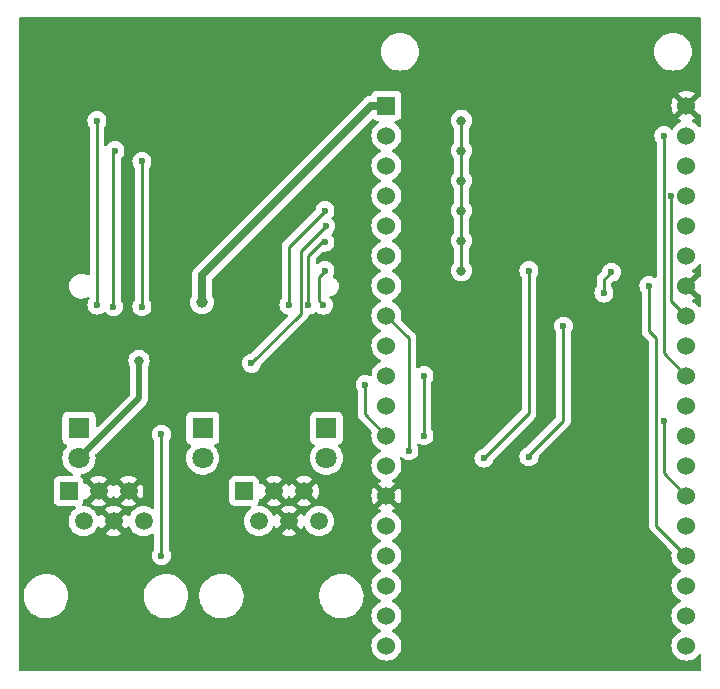
<source format=gbr>
%TF.GenerationSoftware,KiCad,Pcbnew,7.0.8*%
%TF.CreationDate,2023-10-30T20:54:43-05:00*%
%TF.ProjectId,fujinet-adam-devkit-smd,66756a69-6e65-4742-9d61-64616d2d6465,rev?*%
%TF.SameCoordinates,Original*%
%TF.FileFunction,Copper,L2,Bot*%
%TF.FilePolarity,Positive*%
%FSLAX46Y46*%
G04 Gerber Fmt 4.6, Leading zero omitted, Abs format (unit mm)*
G04 Created by KiCad (PCBNEW 7.0.8) date 2023-10-30 20:54:43*
%MOMM*%
%LPD*%
G01*
G04 APERTURE LIST*
%TA.AperFunction,ComponentPad*%
%ADD10R,1.520000X1.520000*%
%TD*%
%TA.AperFunction,ComponentPad*%
%ADD11C,1.520000*%
%TD*%
%TA.AperFunction,ComponentPad*%
%ADD12R,1.530000X1.530000*%
%TD*%
%TA.AperFunction,ComponentPad*%
%ADD13C,1.530000*%
%TD*%
%TA.AperFunction,ComponentPad*%
%ADD14R,1.800000X1.800000*%
%TD*%
%TA.AperFunction,ComponentPad*%
%ADD15C,1.800000*%
%TD*%
%TA.AperFunction,ViaPad*%
%ADD16C,0.800000*%
%TD*%
%TA.AperFunction,ViaPad*%
%ADD17C,1.000000*%
%TD*%
%TA.AperFunction,ViaPad*%
%ADD18C,0.600000*%
%TD*%
%TA.AperFunction,Conductor*%
%ADD19C,0.250000*%
%TD*%
%TA.AperFunction,Conductor*%
%ADD20C,0.700000*%
%TD*%
%TA.AperFunction,Conductor*%
%ADD21C,0.500000*%
%TD*%
G04 APERTURE END LIST*
D10*
%TO.P,J1,1*%
%TO.N,/ADAMNET_DATA*%
X119380000Y-117094000D03*
D11*
%TO.P,J1,2*%
%TO.N,/ADAMNET_RESET*%
X120650000Y-119634000D03*
%TO.P,J1,3*%
%TO.N,GND*%
X121920000Y-117094000D03*
%TO.P,J1,4*%
X123190000Y-119634000D03*
%TO.P,J1,5*%
X124460000Y-117094000D03*
%TO.P,J1,6*%
%TO.N,/ADAMNET_5V*%
X125730000Y-119634000D03*
%TD*%
D12*
%TO.P,U1,1,3V3*%
%TO.N,+3.3V*%
X131445000Y-84455000D03*
D13*
%TO.P,U1,2,EN*%
%TO.N,unconnected-(U1-EN-Pad2)*%
X131445000Y-86995000D03*
%TO.P,U1,3,SENSOR_VP*%
%TO.N,unconnected-(U1-SENSOR_VP-Pad3)*%
X131445000Y-89535000D03*
%TO.P,U1,4,SENSOR_VN*%
%TO.N,unconnected-(U1-SENSOR_VN-Pad4)*%
X131445000Y-92075000D03*
%TO.P,U1,5,IO34*%
%TO.N,/IO34*%
X131445000Y-94615000D03*
%TO.P,U1,6,IO35*%
%TO.N,Net-(U1-IO35)*%
X131445000Y-97155000D03*
%TO.P,U1,7,IO32*%
%TO.N,unconnected-(U1-IO32-Pad7)*%
X131445000Y-99695000D03*
%TO.P,U1,8,IO33*%
%TO.N,/ADAMNET_DATA*%
X131445000Y-102235000D03*
%TO.P,U1,9,IO25*%
%TO.N,unconnected-(U1-IO25-Pad9)*%
X131445000Y-104775000D03*
%TO.P,U1,10,IO26*%
%TO.N,Net-(U1-IO26)*%
X131445000Y-107315000D03*
%TO.P,U1,11,IO27*%
%TO.N,unconnected-(U1-IO27-Pad11)*%
X131445000Y-109855000D03*
%TO.P,U1,12,IO14*%
%TO.N,/IO14{slash}TMS*%
X131445000Y-112395000D03*
%TO.P,U1,13,IO12*%
%TO.N,unconnected-(U1-IO12-Pad13)*%
X131445000Y-114935000D03*
%TO.P,U1,14,GND1*%
%TO.N,GND*%
X131445000Y-117475000D03*
%TO.P,U1,15,IO13*%
%TO.N,/IO13{slash}LED3{slash}TCK*%
X131445000Y-120015000D03*
%TO.P,U1,16,SD2*%
%TO.N,unconnected-(U1-SD2-Pad16)*%
X131445000Y-122555000D03*
%TO.P,U1,17,SD3*%
%TO.N,unconnected-(U1-SD3-Pad17)*%
X131445000Y-125095000D03*
%TO.P,U1,18,CMD*%
%TO.N,unconnected-(U1-CMD-Pad18)*%
X131445000Y-127635000D03*
%TO.P,U1,19,EXT_5V*%
%TO.N,+5V*%
X131445000Y-130175000D03*
%TO.P,U1,20,CLK*%
%TO.N,unconnected-(U1-CLK-Pad20)*%
X156845000Y-130175000D03*
%TO.P,U1,21,SD0*%
%TO.N,unconnected-(U1-SD0-Pad21)*%
X156845000Y-127635000D03*
%TO.P,U1,22,SD1*%
%TO.N,unconnected-(U1-SD1-Pad22)*%
X156845000Y-125095000D03*
%TO.P,U1,23,IO15*%
%TO.N,/IO15{slash}TDO*%
X156845000Y-122555000D03*
%TO.P,U1,24,IO2*%
%TO.N,/IO2{slash}LED1*%
X156845000Y-120015000D03*
%TO.P,U1,25,IO0*%
%TO.N,/IO0*%
X156845000Y-117475000D03*
%TO.P,U1,26,IO4*%
%TO.N,/IO4{slash}LED2*%
X156845000Y-114935000D03*
%TO.P,U1,27,IO16*%
%TO.N,unconnected-(U1-IO16-Pad27)*%
X156845000Y-112395000D03*
%TO.P,U1,28,IO17*%
%TO.N,unconnected-(U1-IO17-Pad28)*%
X156845000Y-109855000D03*
%TO.P,U1,29,IO5*%
%TO.N,/IO5{slash}SPI_CS*%
X156845000Y-107315000D03*
%TO.P,U1,30,IO18*%
%TO.N,/IO18{slash}SPI_CLK*%
X156845000Y-104775000D03*
%TO.P,U1,31,IO19*%
%TO.N,/IO19{slash}SPI_MISO*%
X156845000Y-102235000D03*
%TO.P,U1,32,GND2*%
%TO.N,GND*%
X156845000Y-99695000D03*
%TO.P,U1,33,IO21*%
%TO.N,/IO21{slash}ADAMNET_TX*%
X156845000Y-97155000D03*
%TO.P,U1,34,RXD0*%
%TO.N,unconnected-(U1-RXD0-Pad34)*%
X156845000Y-94615000D03*
%TO.P,U1,35,TXD0*%
%TO.N,unconnected-(U1-TXD0-Pad35)*%
X156845000Y-92075000D03*
%TO.P,U1,36,IO22*%
%TO.N,unconnected-(U1-IO22-Pad36)*%
X156845000Y-89535000D03*
%TO.P,U1,37,IO23*%
%TO.N,/IO23{slash}SPI_MOSI*%
X156845000Y-86995000D03*
%TO.P,U1,38,GND3*%
%TO.N,GND*%
X156845000Y-84455000D03*
%TD*%
D14*
%TO.P,D2,1,K*%
%TO.N,Net-(D2-K)*%
X115887500Y-111755000D03*
D15*
%TO.P,D2,2,A*%
%TO.N,+3.3V*%
X115887500Y-114295000D03*
%TD*%
D10*
%TO.P,J2,1*%
%TO.N,/ADAMNET_DATA*%
X104526000Y-117094000D03*
D11*
%TO.P,J2,2*%
%TO.N,/ADAMNET_RESET*%
X105796000Y-119634000D03*
%TO.P,J2,3*%
%TO.N,GND*%
X107066000Y-117094000D03*
%TO.P,J2,4*%
X108336000Y-119634000D03*
%TO.P,J2,5*%
X109606000Y-117094000D03*
%TO.P,J2,6*%
%TO.N,/ADAMNET_5V*%
X110876000Y-119634000D03*
%TD*%
D14*
%TO.P,D1,1,K*%
%TO.N,Net-(D1-K)*%
X126365000Y-111755000D03*
D15*
%TO.P,D1,2,A*%
%TO.N,+3.3V*%
X126365000Y-114295000D03*
%TD*%
D14*
%TO.P,D3,1,K*%
%TO.N,Net-(D3-K)*%
X105410000Y-111760000D03*
D15*
%TO.P,D3,2,A*%
%TO.N,+3.3V*%
X105410000Y-114300000D03*
%TD*%
D16*
%TO.N,+3.3V*%
X137795000Y-85725000D03*
D17*
X115824000Y-101092000D03*
D16*
X110490000Y-106045000D03*
X137795000Y-95885000D03*
X137795000Y-88265000D03*
X137795000Y-90805000D03*
X137795000Y-93345000D03*
X137795000Y-98425000D03*
D18*
%TO.N,/ADAMNET_5V*%
X139700000Y-114300000D03*
X143510000Y-98425000D03*
%TO.N,Net-(D5-K)*%
X143510000Y-114173000D03*
X146431000Y-103124000D03*
D16*
%TO.N,GND*%
X149479000Y-106934000D03*
X115062000Y-117094000D03*
D17*
X136906000Y-103505000D03*
D16*
X146050000Y-90678000D03*
D18*
X113157000Y-106045000D03*
D16*
X109728000Y-112395000D03*
D18*
X123571000Y-106045000D03*
D16*
X120777000Y-101346000D03*
D18*
X102616000Y-106045000D03*
D16*
X146050000Y-88138000D03*
X127381000Y-91186000D03*
X128778000Y-102997000D03*
X119888000Y-112395000D03*
X115189000Y-119888000D03*
X112014000Y-108331000D03*
D17*
X142621000Y-94234000D03*
D16*
X108966000Y-108331000D03*
D17*
X152781000Y-98044000D03*
D16*
X113284000Y-101346000D03*
X149479000Y-109855000D03*
D18*
%TO.N,/ADAMNET_DATA*%
X133350000Y-113665000D03*
%TO.N,Net-(J3-DAT1)*%
X126238000Y-96012000D03*
X124841000Y-101346000D03*
%TO.N,/IO5{slash}SPI_CS*%
X108331000Y-101473000D03*
X154940000Y-86995000D03*
X108458000Y-88265000D03*
%TO.N,/IO23{slash}SPI_MOSI*%
X110744000Y-89154000D03*
X110744000Y-101473000D03*
%TO.N,/IO19{slash}SPI_MISO*%
X126238000Y-93345000D03*
X155575000Y-92075000D03*
X123190000Y-101346000D03*
%TO.N,Net-(J3-DAT2)*%
X106934000Y-85725000D03*
X106934000Y-101346000D03*
%TO.N,/IO15{slash}TDO*%
X153670000Y-99695000D03*
X126111000Y-101346000D03*
X126238000Y-98425000D03*
%TO.N,Net-(Q1-C)*%
X150495000Y-98551752D03*
X149860000Y-100330000D03*
%TO.N,/IO13{slash}LED3{slash}TCK*%
X112395000Y-122555000D03*
X112395000Y-112295500D03*
%TO.N,Net-(U1-IO26)*%
X134620000Y-112395000D03*
X134620000Y-107315000D03*
%TO.N,/IO0*%
X154940000Y-111125000D03*
%TO.N,/IO34*%
X126301500Y-94678500D03*
X120015000Y-106271500D03*
%TO.N,/IO14{slash}TMS*%
X129641600Y-108077000D03*
%TD*%
D19*
%TO.N,/IO14{slash}TMS*%
X129641600Y-110591600D02*
X131445000Y-112395000D01*
X129641600Y-108077000D02*
X129641600Y-110591600D01*
%TO.N,+3.3V*%
X137795000Y-90805000D02*
X137795000Y-88265000D01*
D20*
X115824000Y-101092000D02*
X115824000Y-98806000D01*
D19*
X137795000Y-85725000D02*
X137795000Y-88265000D01*
D20*
X130175000Y-84455000D02*
X131445000Y-84455000D01*
D21*
X110490000Y-109220000D02*
X105410000Y-114300000D01*
D20*
X115824000Y-98806000D02*
X130175000Y-84455000D01*
D21*
X110490000Y-106045000D02*
X110490000Y-109220000D01*
D19*
X137795000Y-93345000D02*
X137795000Y-90805000D01*
X137795000Y-98425000D02*
X137795000Y-95885000D01*
X137795000Y-95885000D02*
X137795000Y-93345000D01*
%TO.N,/ADAMNET_5V*%
X139700000Y-114300000D02*
X143510000Y-110490000D01*
X143510000Y-110490000D02*
X143510000Y-98425000D01*
%TO.N,Net-(D5-K)*%
X143510000Y-114173000D02*
X143510000Y-114046000D01*
X146431000Y-111125000D02*
X146431000Y-103124000D01*
X143510000Y-114046000D02*
X146431000Y-111125000D01*
%TO.N,/ADAMNET_DATA*%
X133350000Y-104140000D02*
X133350000Y-113665000D01*
X131445000Y-102235000D02*
X133350000Y-104140000D01*
%TO.N,Net-(J3-DAT1)*%
X124841000Y-101346000D02*
X124841000Y-97155000D01*
X124841000Y-97155000D02*
X126111000Y-95885000D01*
%TO.N,/IO5{slash}SPI_CS*%
X154940000Y-86995000D02*
X154940000Y-105410000D01*
X108331000Y-88392000D02*
X108458000Y-88265000D01*
X108331000Y-101473000D02*
X108331000Y-88392000D01*
X154940000Y-105410000D02*
X156845000Y-107315000D01*
%TO.N,/IO23{slash}SPI_MOSI*%
X110744000Y-101473000D02*
X110744000Y-89154000D01*
%TO.N,/IO19{slash}SPI_MISO*%
X123190000Y-101346000D02*
X123190000Y-96393000D01*
X155575000Y-100965000D02*
X155575000Y-92075000D01*
X156845000Y-102235000D02*
X155575000Y-100965000D01*
X123190000Y-96393000D02*
X126238000Y-93345000D01*
%TO.N,Net-(J3-DAT2)*%
X106934000Y-101346000D02*
X106934000Y-85725000D01*
%TO.N,/IO15{slash}TDO*%
X154305000Y-120015000D02*
X156845000Y-122555000D01*
X153670000Y-103505000D02*
X154305000Y-104140000D01*
X154305000Y-104140000D02*
X154305000Y-120015000D01*
X125698000Y-100933000D02*
X125698000Y-98965000D01*
X125698000Y-98965000D02*
X126238000Y-98425000D01*
X126111000Y-101346000D02*
X125698000Y-100933000D01*
X153670000Y-99695000D02*
X153670000Y-103505000D01*
%TO.N,Net-(Q1-C)*%
X149860000Y-99186752D02*
X150495000Y-98551752D01*
X149860000Y-100330000D02*
X149860000Y-99186752D01*
%TO.N,/IO13{slash}LED3{slash}TCK*%
X112395000Y-112295500D02*
X112395000Y-122555000D01*
%TO.N,Net-(U1-IO26)*%
X134620000Y-112395000D02*
X134620000Y-107315000D01*
%TO.N,/IO0*%
X154940000Y-115570000D02*
X156845000Y-117475000D01*
X154940000Y-111125000D02*
X154940000Y-115570000D01*
%TO.N,/IO34*%
X124216000Y-102070500D02*
X120015000Y-106271500D01*
X126301500Y-94678500D02*
X124216000Y-96764000D01*
X124216000Y-96764000D02*
X124216000Y-102070500D01*
%TD*%
%TA.AperFunction,Conductor*%
%TO.N,GND*%
G36*
X158026539Y-77007585D02*
G01*
X158072294Y-77060389D01*
X158083500Y-77111900D01*
X158083500Y-83635486D01*
X158063815Y-83702525D01*
X158011011Y-83748280D01*
X157948692Y-83759014D01*
X157898894Y-83754656D01*
X157336132Y-84317418D01*
X157313682Y-84240960D01*
X157234395Y-84117587D01*
X157123562Y-84021549D01*
X156990161Y-83960627D01*
X156986366Y-83960081D01*
X157545342Y-83401105D01*
X157545341Y-83401103D01*
X157479919Y-83355295D01*
X157279309Y-83261749D01*
X157279300Y-83261745D01*
X157065509Y-83204461D01*
X157065499Y-83204459D01*
X156845001Y-83185168D01*
X156844999Y-83185168D01*
X156624500Y-83204459D01*
X156624490Y-83204461D01*
X156410699Y-83261745D01*
X156410690Y-83261749D01*
X156210084Y-83355293D01*
X156144657Y-83401104D01*
X156703634Y-83960081D01*
X156699839Y-83960627D01*
X156566438Y-84021549D01*
X156455605Y-84117587D01*
X156376318Y-84240960D01*
X156353866Y-84317419D01*
X155791104Y-83754657D01*
X155745293Y-83820084D01*
X155651749Y-84020690D01*
X155651745Y-84020699D01*
X155594461Y-84234490D01*
X155594459Y-84234500D01*
X155575168Y-84454999D01*
X155575168Y-84455000D01*
X155594459Y-84675499D01*
X155594461Y-84675509D01*
X155651745Y-84889300D01*
X155651749Y-84889309D01*
X155745295Y-85089919D01*
X155791103Y-85155341D01*
X155791105Y-85155342D01*
X156353866Y-84592580D01*
X156376318Y-84669040D01*
X156455605Y-84792413D01*
X156566438Y-84888451D01*
X156699839Y-84949373D01*
X156703633Y-84949918D01*
X156144656Y-85508894D01*
X156210083Y-85554706D01*
X156210085Y-85554707D01*
X156333683Y-85612342D01*
X156386122Y-85658514D01*
X156405274Y-85725708D01*
X156385058Y-85792589D01*
X156333683Y-85837106D01*
X156209833Y-85894857D01*
X156028444Y-86021868D01*
X155871868Y-86178444D01*
X155744857Y-86359834D01*
X155721766Y-86409352D01*
X155675593Y-86461790D01*
X155608399Y-86480941D01*
X155541518Y-86460724D01*
X155521704Y-86444626D01*
X155442262Y-86365184D01*
X155289523Y-86269211D01*
X155119254Y-86209631D01*
X155119249Y-86209630D01*
X154940004Y-86189435D01*
X154939996Y-86189435D01*
X154760750Y-86209630D01*
X154760745Y-86209631D01*
X154590476Y-86269211D01*
X154437737Y-86365184D01*
X154310184Y-86492737D01*
X154214211Y-86645476D01*
X154154631Y-86815745D01*
X154154630Y-86815750D01*
X154134435Y-86994996D01*
X154134435Y-86995003D01*
X154154630Y-87174249D01*
X154154631Y-87174254D01*
X154214211Y-87344524D01*
X154295493Y-87473881D01*
X154314500Y-87539854D01*
X154314500Y-98930196D01*
X154294815Y-98997235D01*
X154242011Y-99042990D01*
X154172853Y-99052934D01*
X154124528Y-99035190D01*
X154019523Y-98969211D01*
X153849254Y-98909631D01*
X153849249Y-98909630D01*
X153670004Y-98889435D01*
X153669996Y-98889435D01*
X153490750Y-98909630D01*
X153490745Y-98909631D01*
X153320476Y-98969211D01*
X153167737Y-99065184D01*
X153040184Y-99192737D01*
X152944211Y-99345476D01*
X152884631Y-99515745D01*
X152884630Y-99515750D01*
X152864435Y-99694996D01*
X152864435Y-99695003D01*
X152884630Y-99874249D01*
X152884631Y-99874254D01*
X152944211Y-100044524D01*
X153025493Y-100173881D01*
X153044500Y-100239854D01*
X153044500Y-103422255D01*
X153042775Y-103437872D01*
X153043061Y-103437899D01*
X153042326Y-103445665D01*
X153044500Y-103514814D01*
X153044500Y-103544343D01*
X153044501Y-103544360D01*
X153045368Y-103551231D01*
X153045826Y-103557050D01*
X153047290Y-103603624D01*
X153048105Y-103606431D01*
X153052880Y-103622867D01*
X153056824Y-103641911D01*
X153059336Y-103661792D01*
X153064509Y-103674857D01*
X153076490Y-103705119D01*
X153078382Y-103710647D01*
X153091381Y-103755388D01*
X153101580Y-103772634D01*
X153110136Y-103790100D01*
X153114796Y-103801868D01*
X153117514Y-103808732D01*
X153144898Y-103846423D01*
X153148106Y-103851307D01*
X153171827Y-103891416D01*
X153171833Y-103891424D01*
X153185990Y-103905580D01*
X153198628Y-103920376D01*
X153210405Y-103936586D01*
X153210406Y-103936587D01*
X153246309Y-103966288D01*
X153250620Y-103970210D01*
X153479743Y-104199333D01*
X153643181Y-104362771D01*
X153676666Y-104424094D01*
X153679500Y-104450452D01*
X153679500Y-119932255D01*
X153677775Y-119947872D01*
X153678061Y-119947899D01*
X153677326Y-119955665D01*
X153679500Y-120024814D01*
X153679500Y-120054343D01*
X153679501Y-120054360D01*
X153680368Y-120061231D01*
X153680826Y-120067050D01*
X153682290Y-120113624D01*
X153682291Y-120113627D01*
X153687880Y-120132867D01*
X153691824Y-120151911D01*
X153693618Y-120166105D01*
X153694336Y-120171791D01*
X153711490Y-120215119D01*
X153713382Y-120220647D01*
X153717724Y-120235592D01*
X153726382Y-120265390D01*
X153727129Y-120266654D01*
X153736580Y-120282634D01*
X153745138Y-120300103D01*
X153752514Y-120318732D01*
X153779898Y-120356423D01*
X153783106Y-120361307D01*
X153806827Y-120401416D01*
X153806833Y-120401424D01*
X153820990Y-120415580D01*
X153833628Y-120430376D01*
X153845405Y-120446586D01*
X153845406Y-120446587D01*
X153881309Y-120476288D01*
X153885620Y-120480210D01*
X155196599Y-121791190D01*
X155574164Y-122168755D01*
X155607649Y-122230078D01*
X155606258Y-122288528D01*
X155593966Y-122334403D01*
X155593965Y-122334410D01*
X155574666Y-122554998D01*
X155574666Y-122555001D01*
X155593964Y-122775585D01*
X155593965Y-122775592D01*
X155651275Y-122989475D01*
X155651279Y-122989486D01*
X155742362Y-123184815D01*
X155744858Y-123190167D01*
X155871868Y-123371555D01*
X156028445Y-123528132D01*
X156209833Y-123655142D01*
X156271828Y-123684050D01*
X156333091Y-123712618D01*
X156385531Y-123758790D01*
X156404683Y-123825983D01*
X156384467Y-123892865D01*
X156333091Y-123937382D01*
X156209836Y-123994856D01*
X156209834Y-123994857D01*
X156028444Y-124121868D01*
X155871868Y-124278444D01*
X155744857Y-124459834D01*
X155744856Y-124459836D01*
X155651279Y-124660513D01*
X155651275Y-124660524D01*
X155593965Y-124874407D01*
X155593964Y-124874414D01*
X155574666Y-125094998D01*
X155574666Y-125095001D01*
X155593964Y-125315585D01*
X155593965Y-125315592D01*
X155651275Y-125529475D01*
X155651279Y-125529486D01*
X155744856Y-125730163D01*
X155744858Y-125730167D01*
X155871868Y-125911555D01*
X156028445Y-126068132D01*
X156209833Y-126195142D01*
X156271828Y-126224050D01*
X156333091Y-126252618D01*
X156385531Y-126298790D01*
X156404683Y-126365983D01*
X156384467Y-126432865D01*
X156333091Y-126477382D01*
X156209836Y-126534856D01*
X156209834Y-126534857D01*
X156028444Y-126661868D01*
X155871868Y-126818444D01*
X155744857Y-126999834D01*
X155744856Y-126999836D01*
X155651279Y-127200513D01*
X155651275Y-127200524D01*
X155593965Y-127414407D01*
X155593964Y-127414414D01*
X155574666Y-127634998D01*
X155574666Y-127635001D01*
X155593964Y-127855585D01*
X155593965Y-127855592D01*
X155651275Y-128069475D01*
X155651279Y-128069486D01*
X155744856Y-128270163D01*
X155744858Y-128270167D01*
X155871868Y-128451555D01*
X156028445Y-128608132D01*
X156209833Y-128735142D01*
X156271828Y-128764050D01*
X156333091Y-128792618D01*
X156385531Y-128838790D01*
X156404683Y-128905983D01*
X156384467Y-128972865D01*
X156333091Y-129017382D01*
X156209836Y-129074856D01*
X156209834Y-129074857D01*
X156028444Y-129201868D01*
X155871868Y-129358444D01*
X155744857Y-129539834D01*
X155744856Y-129539836D01*
X155651279Y-129740513D01*
X155651275Y-129740524D01*
X155593965Y-129954407D01*
X155593964Y-129954414D01*
X155574666Y-130174998D01*
X155574666Y-130175001D01*
X155593964Y-130395585D01*
X155593965Y-130395592D01*
X155651275Y-130609475D01*
X155651279Y-130609486D01*
X155744856Y-130810163D01*
X155744858Y-130810167D01*
X155871868Y-130991555D01*
X156028445Y-131148132D01*
X156209833Y-131275142D01*
X156330572Y-131331443D01*
X156410513Y-131368720D01*
X156410515Y-131368720D01*
X156410520Y-131368723D01*
X156624409Y-131426035D01*
X156781974Y-131439820D01*
X156844998Y-131445334D01*
X156845000Y-131445334D01*
X156845002Y-131445334D01*
X156900147Y-131440509D01*
X157065591Y-131426035D01*
X157279480Y-131368723D01*
X157480167Y-131275142D01*
X157661555Y-131148132D01*
X157818132Y-130991555D01*
X157857926Y-130934722D01*
X157912502Y-130891100D01*
X157982001Y-130883907D01*
X158044355Y-130915429D01*
X158079769Y-130975659D01*
X158083500Y-131005848D01*
X158083500Y-132209500D01*
X158063815Y-132276539D01*
X158011011Y-132322294D01*
X157959500Y-132333500D01*
X100423500Y-132333500D01*
X100356461Y-132313815D01*
X100310706Y-132261011D01*
X100299500Y-132209500D01*
X100299500Y-126052678D01*
X100736737Y-126052678D01*
X100766762Y-126325559D01*
X100766763Y-126325569D01*
X100836202Y-126591178D01*
X100932779Y-126818444D01*
X100943577Y-126843852D01*
X101038773Y-126999836D01*
X101086592Y-127078191D01*
X101086599Y-127078201D01*
X101262199Y-127289207D01*
X101262204Y-127289212D01*
X101262209Y-127289218D01*
X101262216Y-127289224D01*
X101466672Y-127472419D01*
X101466674Y-127472420D01*
X101466677Y-127472423D01*
X101695641Y-127623904D01*
X101944221Y-127740433D01*
X102207119Y-127819527D01*
X102478731Y-127859500D01*
X102478736Y-127859500D01*
X102684552Y-127859500D01*
X102738037Y-127855585D01*
X102889805Y-127844477D01*
X103157775Y-127784784D01*
X103414198Y-127686711D01*
X103653609Y-127552347D01*
X103870904Y-127384557D01*
X104061454Y-127186916D01*
X104221196Y-126963637D01*
X104346727Y-126719479D01*
X104435370Y-126459646D01*
X104485236Y-126189674D01*
X104490242Y-126052678D01*
X110896737Y-126052678D01*
X110926762Y-126325559D01*
X110926763Y-126325569D01*
X110996202Y-126591178D01*
X111092779Y-126818444D01*
X111103577Y-126843852D01*
X111198773Y-126999836D01*
X111246592Y-127078191D01*
X111246599Y-127078201D01*
X111422199Y-127289207D01*
X111422204Y-127289212D01*
X111422209Y-127289218D01*
X111422216Y-127289224D01*
X111626672Y-127472419D01*
X111626674Y-127472420D01*
X111626677Y-127472423D01*
X111855641Y-127623904D01*
X112104221Y-127740433D01*
X112367119Y-127819527D01*
X112638731Y-127859500D01*
X112638736Y-127859500D01*
X112844552Y-127859500D01*
X112898037Y-127855585D01*
X113049805Y-127844477D01*
X113317775Y-127784784D01*
X113574198Y-127686711D01*
X113813609Y-127552347D01*
X114030904Y-127384557D01*
X114221454Y-127186916D01*
X114381196Y-126963637D01*
X114506727Y-126719479D01*
X114595370Y-126459646D01*
X114645236Y-126189674D01*
X114650242Y-126052678D01*
X115590737Y-126052678D01*
X115620762Y-126325559D01*
X115620763Y-126325569D01*
X115690202Y-126591178D01*
X115786779Y-126818444D01*
X115797577Y-126843852D01*
X115892773Y-126999836D01*
X115940592Y-127078191D01*
X115940599Y-127078201D01*
X116116199Y-127289207D01*
X116116204Y-127289212D01*
X116116209Y-127289218D01*
X116116216Y-127289224D01*
X116320672Y-127472419D01*
X116320674Y-127472420D01*
X116320677Y-127472423D01*
X116549641Y-127623904D01*
X116798221Y-127740433D01*
X117061119Y-127819527D01*
X117332731Y-127859500D01*
X117332736Y-127859500D01*
X117538552Y-127859500D01*
X117592037Y-127855585D01*
X117743805Y-127844477D01*
X118011775Y-127784784D01*
X118268198Y-127686711D01*
X118507609Y-127552347D01*
X118724904Y-127384557D01*
X118915454Y-127186916D01*
X119075196Y-126963637D01*
X119200727Y-126719479D01*
X119289370Y-126459646D01*
X119339236Y-126189674D01*
X119344242Y-126052678D01*
X125750737Y-126052678D01*
X125780762Y-126325559D01*
X125780763Y-126325569D01*
X125850202Y-126591178D01*
X125946779Y-126818444D01*
X125957577Y-126843852D01*
X126052773Y-126999836D01*
X126100592Y-127078191D01*
X126100599Y-127078201D01*
X126276199Y-127289207D01*
X126276204Y-127289212D01*
X126276209Y-127289218D01*
X126276216Y-127289224D01*
X126480672Y-127472419D01*
X126480674Y-127472420D01*
X126480677Y-127472423D01*
X126709641Y-127623904D01*
X126958221Y-127740433D01*
X127221119Y-127819527D01*
X127492731Y-127859500D01*
X127492736Y-127859500D01*
X127698552Y-127859500D01*
X127752037Y-127855585D01*
X127903805Y-127844477D01*
X128171775Y-127784784D01*
X128428198Y-127686711D01*
X128667609Y-127552347D01*
X128884904Y-127384557D01*
X129075454Y-127186916D01*
X129235196Y-126963637D01*
X129360727Y-126719479D01*
X129449370Y-126459646D01*
X129499236Y-126189674D01*
X129509262Y-125915320D01*
X129479236Y-125642429D01*
X129409796Y-125376818D01*
X129302423Y-125124148D01*
X129159405Y-124889804D01*
X129146592Y-124874407D01*
X128983800Y-124678792D01*
X128983795Y-124678787D01*
X128983791Y-124678782D01*
X128877385Y-124583441D01*
X128779327Y-124495580D01*
X128779324Y-124495578D01*
X128779323Y-124495577D01*
X128550359Y-124344096D01*
X128301779Y-124227567D01*
X128154362Y-124183216D01*
X128038879Y-124148472D01*
X127905915Y-124128904D01*
X127767269Y-124108500D01*
X127561453Y-124108500D01*
X127561448Y-124108500D01*
X127356195Y-124123523D01*
X127356185Y-124123524D01*
X127088229Y-124183214D01*
X127088224Y-124183216D01*
X126831799Y-124281290D01*
X126592392Y-124415652D01*
X126592387Y-124415655D01*
X126375097Y-124583441D01*
X126375088Y-124583450D01*
X126184549Y-124781080D01*
X126184547Y-124781082D01*
X126024805Y-125004361D01*
X126024802Y-125004366D01*
X125899275Y-125248515D01*
X125899271Y-125248525D01*
X125810632Y-125508344D01*
X125810629Y-125508358D01*
X125760765Y-125778314D01*
X125760763Y-125778334D01*
X125750737Y-126052678D01*
X119344242Y-126052678D01*
X119349262Y-125915320D01*
X119319236Y-125642429D01*
X119249796Y-125376818D01*
X119142423Y-125124148D01*
X118999405Y-124889804D01*
X118986592Y-124874407D01*
X118823800Y-124678792D01*
X118823795Y-124678787D01*
X118823791Y-124678782D01*
X118717385Y-124583441D01*
X118619327Y-124495580D01*
X118619324Y-124495578D01*
X118619323Y-124495577D01*
X118390359Y-124344096D01*
X118141779Y-124227567D01*
X117994362Y-124183216D01*
X117878879Y-124148472D01*
X117745915Y-124128904D01*
X117607269Y-124108500D01*
X117401453Y-124108500D01*
X117401448Y-124108500D01*
X117196195Y-124123523D01*
X117196185Y-124123524D01*
X116928229Y-124183214D01*
X116928224Y-124183216D01*
X116671799Y-124281290D01*
X116432392Y-124415652D01*
X116432387Y-124415655D01*
X116215097Y-124583441D01*
X116215088Y-124583450D01*
X116024549Y-124781080D01*
X116024547Y-124781082D01*
X115864805Y-125004361D01*
X115864802Y-125004366D01*
X115739275Y-125248515D01*
X115739271Y-125248525D01*
X115650632Y-125508344D01*
X115650629Y-125508358D01*
X115600765Y-125778314D01*
X115600763Y-125778334D01*
X115590737Y-126052678D01*
X114650242Y-126052678D01*
X114655262Y-125915320D01*
X114625236Y-125642429D01*
X114555796Y-125376818D01*
X114448423Y-125124148D01*
X114305405Y-124889804D01*
X114292592Y-124874407D01*
X114129800Y-124678792D01*
X114129795Y-124678787D01*
X114129791Y-124678782D01*
X114023385Y-124583441D01*
X113925327Y-124495580D01*
X113925324Y-124495578D01*
X113925323Y-124495577D01*
X113696359Y-124344096D01*
X113447779Y-124227567D01*
X113300362Y-124183216D01*
X113184879Y-124148472D01*
X113051915Y-124128904D01*
X112913269Y-124108500D01*
X112707453Y-124108500D01*
X112707448Y-124108500D01*
X112502195Y-124123523D01*
X112502185Y-124123524D01*
X112234229Y-124183214D01*
X112234224Y-124183216D01*
X111977799Y-124281290D01*
X111738392Y-124415652D01*
X111738387Y-124415655D01*
X111521097Y-124583441D01*
X111521088Y-124583450D01*
X111330549Y-124781080D01*
X111330547Y-124781082D01*
X111170805Y-125004361D01*
X111170802Y-125004366D01*
X111045275Y-125248515D01*
X111045271Y-125248525D01*
X110956632Y-125508344D01*
X110956629Y-125508358D01*
X110906765Y-125778314D01*
X110906763Y-125778334D01*
X110896737Y-126052678D01*
X104490242Y-126052678D01*
X104495262Y-125915320D01*
X104465236Y-125642429D01*
X104395796Y-125376818D01*
X104288423Y-125124148D01*
X104145405Y-124889804D01*
X104132592Y-124874407D01*
X103969800Y-124678792D01*
X103969795Y-124678787D01*
X103969791Y-124678782D01*
X103863385Y-124583441D01*
X103765327Y-124495580D01*
X103765324Y-124495578D01*
X103765323Y-124495577D01*
X103536359Y-124344096D01*
X103287779Y-124227567D01*
X103140362Y-124183216D01*
X103024879Y-124148472D01*
X102891915Y-124128904D01*
X102753269Y-124108500D01*
X102547453Y-124108500D01*
X102547448Y-124108500D01*
X102342195Y-124123523D01*
X102342185Y-124123524D01*
X102074229Y-124183214D01*
X102074224Y-124183216D01*
X101817799Y-124281290D01*
X101578392Y-124415652D01*
X101578387Y-124415655D01*
X101361097Y-124583441D01*
X101361088Y-124583450D01*
X101170549Y-124781080D01*
X101170547Y-124781082D01*
X101010805Y-125004361D01*
X101010802Y-125004366D01*
X100885275Y-125248515D01*
X100885271Y-125248525D01*
X100796632Y-125508344D01*
X100796629Y-125508358D01*
X100746765Y-125778314D01*
X100746763Y-125778334D01*
X100736737Y-126052678D01*
X100299500Y-126052678D01*
X100299500Y-117901870D01*
X103265500Y-117901870D01*
X103265501Y-117901876D01*
X103271908Y-117961483D01*
X103322202Y-118096328D01*
X103322206Y-118096335D01*
X103408452Y-118211544D01*
X103408455Y-118211547D01*
X103523664Y-118297793D01*
X103523671Y-118297797D01*
X103658517Y-118348091D01*
X103658516Y-118348091D01*
X103665444Y-118348835D01*
X103718127Y-118354500D01*
X105032424Y-118354499D01*
X105099463Y-118374184D01*
X105145218Y-118426987D01*
X105155162Y-118496146D01*
X105126137Y-118559702D01*
X105103547Y-118580074D01*
X104982668Y-118664713D01*
X104826713Y-118820668D01*
X104700205Y-119001342D01*
X104700204Y-119001344D01*
X104606994Y-119201235D01*
X104606990Y-119201244D01*
X104549909Y-119414275D01*
X104549907Y-119414285D01*
X104530685Y-119633998D01*
X104530685Y-119634001D01*
X104549907Y-119853714D01*
X104549909Y-119853724D01*
X104606990Y-120066755D01*
X104606995Y-120066769D01*
X104700203Y-120266654D01*
X104700207Y-120266662D01*
X104826712Y-120447330D01*
X104982669Y-120603287D01*
X105163337Y-120729792D01*
X105163339Y-120729793D01*
X105163342Y-120729795D01*
X105166141Y-120731100D01*
X105363230Y-120823004D01*
X105363232Y-120823004D01*
X105363237Y-120823007D01*
X105576280Y-120880092D01*
X105733222Y-120893822D01*
X105795998Y-120899315D01*
X105796000Y-120899315D01*
X105796002Y-120899315D01*
X105850930Y-120894509D01*
X106015720Y-120880092D01*
X106228763Y-120823007D01*
X106428658Y-120729795D01*
X106609329Y-120603288D01*
X106765288Y-120447329D01*
X106891795Y-120266658D01*
X106953895Y-120133481D01*
X107000064Y-120081047D01*
X107067258Y-120061894D01*
X107134139Y-120082109D01*
X107178657Y-120133485D01*
X107240638Y-120266402D01*
X107285694Y-120330750D01*
X107952191Y-119664254D01*
X107952062Y-119665814D01*
X107983195Y-119788755D01*
X108052559Y-119894925D01*
X108152639Y-119972821D01*
X108272589Y-120014000D01*
X108309553Y-120014000D01*
X107639247Y-120684304D01*
X107703593Y-120729359D01*
X107903406Y-120822533D01*
X107903412Y-120822536D01*
X108116365Y-120879597D01*
X108116373Y-120879598D01*
X108335998Y-120898813D01*
X108336002Y-120898813D01*
X108555626Y-120879598D01*
X108555634Y-120879597D01*
X108768587Y-120822536D01*
X108768598Y-120822532D01*
X108968402Y-120729362D01*
X108968410Y-120729358D01*
X109032751Y-120684305D01*
X109032751Y-120684304D01*
X108362448Y-120014000D01*
X108367486Y-120014000D01*
X108461092Y-119998380D01*
X108572628Y-119938020D01*
X108658522Y-119844714D01*
X108709465Y-119728574D01*
X108715178Y-119659625D01*
X109386304Y-120330751D01*
X109386305Y-120330751D01*
X109431358Y-120266410D01*
X109431362Y-120266402D01*
X109493342Y-120133486D01*
X109539514Y-120081046D01*
X109606707Y-120061894D01*
X109673588Y-120082109D01*
X109718106Y-120133486D01*
X109780203Y-120266654D01*
X109780207Y-120266662D01*
X109906712Y-120447330D01*
X110062669Y-120603287D01*
X110243337Y-120729792D01*
X110243339Y-120729793D01*
X110243342Y-120729795D01*
X110246141Y-120731100D01*
X110443230Y-120823004D01*
X110443232Y-120823004D01*
X110443237Y-120823007D01*
X110656280Y-120880092D01*
X110813222Y-120893822D01*
X110875998Y-120899315D01*
X110876000Y-120899315D01*
X110876002Y-120899315D01*
X110930930Y-120894509D01*
X111095720Y-120880092D01*
X111308763Y-120823007D01*
X111508658Y-120729795D01*
X111574378Y-120683777D01*
X111640582Y-120661451D01*
X111708350Y-120678461D01*
X111756163Y-120729409D01*
X111769500Y-120785353D01*
X111769500Y-122010145D01*
X111750494Y-122076117D01*
X111669211Y-122205476D01*
X111609631Y-122375745D01*
X111609630Y-122375750D01*
X111589435Y-122554996D01*
X111589435Y-122555003D01*
X111609630Y-122734249D01*
X111609631Y-122734254D01*
X111669211Y-122904523D01*
X111722597Y-122989486D01*
X111765184Y-123057262D01*
X111892738Y-123184816D01*
X112045478Y-123280789D01*
X112087317Y-123295429D01*
X112215745Y-123340368D01*
X112215750Y-123340369D01*
X112394996Y-123360565D01*
X112395000Y-123360565D01*
X112395004Y-123360565D01*
X112574249Y-123340369D01*
X112574252Y-123340368D01*
X112574255Y-123340368D01*
X112744522Y-123280789D01*
X112897262Y-123184816D01*
X113024816Y-123057262D01*
X113120789Y-122904522D01*
X113180368Y-122734255D01*
X113200565Y-122555000D01*
X113180368Y-122375745D01*
X113120789Y-122205478D01*
X113097714Y-122168755D01*
X113039506Y-122076117D01*
X113020500Y-122010145D01*
X113020500Y-117901870D01*
X118119500Y-117901870D01*
X118119501Y-117901876D01*
X118125908Y-117961483D01*
X118176202Y-118096328D01*
X118176206Y-118096335D01*
X118262452Y-118211544D01*
X118262455Y-118211547D01*
X118377664Y-118297793D01*
X118377671Y-118297797D01*
X118512517Y-118348091D01*
X118512516Y-118348091D01*
X118519444Y-118348835D01*
X118572127Y-118354500D01*
X119886424Y-118354499D01*
X119953463Y-118374184D01*
X119999218Y-118426987D01*
X120009162Y-118496146D01*
X119980137Y-118559702D01*
X119957547Y-118580074D01*
X119836668Y-118664713D01*
X119680713Y-118820668D01*
X119554205Y-119001342D01*
X119554204Y-119001344D01*
X119460994Y-119201235D01*
X119460990Y-119201244D01*
X119403909Y-119414275D01*
X119403907Y-119414285D01*
X119384685Y-119633998D01*
X119384685Y-119634001D01*
X119403907Y-119853714D01*
X119403909Y-119853724D01*
X119460990Y-120066755D01*
X119460995Y-120066769D01*
X119554203Y-120266654D01*
X119554207Y-120266662D01*
X119680712Y-120447330D01*
X119836669Y-120603287D01*
X120017337Y-120729792D01*
X120017339Y-120729793D01*
X120017342Y-120729795D01*
X120020141Y-120731100D01*
X120217230Y-120823004D01*
X120217232Y-120823004D01*
X120217237Y-120823007D01*
X120430280Y-120880092D01*
X120587222Y-120893822D01*
X120649998Y-120899315D01*
X120650000Y-120899315D01*
X120650002Y-120899315D01*
X120704930Y-120894509D01*
X120869720Y-120880092D01*
X121082763Y-120823007D01*
X121282658Y-120729795D01*
X121463329Y-120603288D01*
X121619288Y-120447329D01*
X121745795Y-120266658D01*
X121807895Y-120133481D01*
X121854064Y-120081047D01*
X121921258Y-120061894D01*
X121988139Y-120082109D01*
X122032657Y-120133485D01*
X122094638Y-120266402D01*
X122139694Y-120330750D01*
X122806191Y-119664254D01*
X122806062Y-119665814D01*
X122837195Y-119788755D01*
X122906559Y-119894925D01*
X123006639Y-119972821D01*
X123126589Y-120014000D01*
X123163553Y-120014000D01*
X122493247Y-120684304D01*
X122557593Y-120729359D01*
X122757406Y-120822533D01*
X122757412Y-120822536D01*
X122970365Y-120879597D01*
X122970373Y-120879598D01*
X123189998Y-120898813D01*
X123190002Y-120898813D01*
X123409626Y-120879598D01*
X123409634Y-120879597D01*
X123622587Y-120822536D01*
X123622598Y-120822532D01*
X123822402Y-120729362D01*
X123822410Y-120729358D01*
X123886751Y-120684305D01*
X123886751Y-120684304D01*
X123216448Y-120014000D01*
X123221486Y-120014000D01*
X123315092Y-119998380D01*
X123426628Y-119938020D01*
X123512522Y-119844714D01*
X123563465Y-119728574D01*
X123569178Y-119659625D01*
X124240304Y-120330751D01*
X124240305Y-120330751D01*
X124285358Y-120266410D01*
X124285362Y-120266402D01*
X124347342Y-120133486D01*
X124393514Y-120081046D01*
X124460707Y-120061894D01*
X124527588Y-120082109D01*
X124572106Y-120133486D01*
X124634203Y-120266654D01*
X124634207Y-120266662D01*
X124760712Y-120447330D01*
X124916669Y-120603287D01*
X125097337Y-120729792D01*
X125097339Y-120729793D01*
X125097342Y-120729795D01*
X125100141Y-120731100D01*
X125297230Y-120823004D01*
X125297232Y-120823004D01*
X125297237Y-120823007D01*
X125510280Y-120880092D01*
X125667222Y-120893822D01*
X125729998Y-120899315D01*
X125730000Y-120899315D01*
X125730002Y-120899315D01*
X125784930Y-120894509D01*
X125949720Y-120880092D01*
X126162763Y-120823007D01*
X126362658Y-120729795D01*
X126543329Y-120603288D01*
X126699288Y-120447329D01*
X126825795Y-120266658D01*
X126919007Y-120066763D01*
X126976092Y-119853720D01*
X126995315Y-119634000D01*
X126990635Y-119580513D01*
X126987041Y-119539426D01*
X126976092Y-119414280D01*
X126919007Y-119201237D01*
X126825795Y-119001343D01*
X126699288Y-118820671D01*
X126699286Y-118820668D01*
X126543330Y-118664712D01*
X126362662Y-118538207D01*
X126362654Y-118538203D01*
X126162769Y-118444995D01*
X126162755Y-118444990D01*
X125949724Y-118387909D01*
X125949722Y-118387908D01*
X125949720Y-118387908D01*
X125949718Y-118387907D01*
X125949714Y-118387907D01*
X125730002Y-118368685D01*
X125729998Y-118368685D01*
X125510285Y-118387907D01*
X125510275Y-118387909D01*
X125297244Y-118444990D01*
X125297235Y-118444994D01*
X125097344Y-118538204D01*
X125097342Y-118538205D01*
X124916668Y-118664713D01*
X124760713Y-118820668D01*
X124634205Y-119001342D01*
X124634204Y-119001344D01*
X124572106Y-119134515D01*
X124525934Y-119186954D01*
X124458740Y-119206106D01*
X124391859Y-119185890D01*
X124347342Y-119134515D01*
X124285360Y-119001595D01*
X124285359Y-119001593D01*
X124240304Y-118937248D01*
X124240304Y-118937247D01*
X123573808Y-119603742D01*
X123573938Y-119602186D01*
X123542805Y-119479245D01*
X123473441Y-119373075D01*
X123373361Y-119295179D01*
X123253411Y-119254000D01*
X123216447Y-119254000D01*
X123886751Y-118583694D01*
X123822402Y-118538638D01*
X123622593Y-118445466D01*
X123622587Y-118445463D01*
X123409634Y-118388402D01*
X123409626Y-118388401D01*
X123190002Y-118369187D01*
X123189998Y-118369187D01*
X122970373Y-118388401D01*
X122970366Y-118388402D01*
X122757404Y-118445466D01*
X122557594Y-118538640D01*
X122493248Y-118583694D01*
X123163554Y-119254000D01*
X123158514Y-119254000D01*
X123064908Y-119269620D01*
X122953372Y-119329980D01*
X122867478Y-119423286D01*
X122816535Y-119539426D01*
X122810821Y-119608375D01*
X122139694Y-118937248D01*
X122094640Y-119001594D01*
X122032657Y-119134515D01*
X121986484Y-119186954D01*
X121919290Y-119206106D01*
X121852409Y-119185890D01*
X121807894Y-119134515D01*
X121745795Y-119001343D01*
X121619288Y-118820671D01*
X121619286Y-118820668D01*
X121463330Y-118664712D01*
X121282662Y-118538207D01*
X121282654Y-118538203D01*
X121082769Y-118444995D01*
X121082755Y-118444990D01*
X120869724Y-118387909D01*
X120869722Y-118387908D01*
X120869720Y-118387908D01*
X120869718Y-118387907D01*
X120869714Y-118387907D01*
X120650002Y-118368685D01*
X120649997Y-118368685D01*
X120637251Y-118369800D01*
X120568752Y-118356033D01*
X120518569Y-118307417D01*
X120502636Y-118239389D01*
X120526012Y-118173545D01*
X120527113Y-118172049D01*
X120583796Y-118096331D01*
X120634091Y-117961483D01*
X120640500Y-117901873D01*
X120640499Y-117856704D01*
X120660182Y-117789668D01*
X120712985Y-117743912D01*
X120782144Y-117733967D01*
X120845700Y-117762990D01*
X120866074Y-117785582D01*
X120869693Y-117790751D01*
X120869694Y-117790751D01*
X121536191Y-117124254D01*
X121536062Y-117125814D01*
X121567195Y-117248755D01*
X121636559Y-117354925D01*
X121736639Y-117432821D01*
X121856589Y-117474000D01*
X121893553Y-117474000D01*
X121223247Y-118144304D01*
X121287593Y-118189359D01*
X121487406Y-118282533D01*
X121487412Y-118282536D01*
X121700365Y-118339597D01*
X121700373Y-118339598D01*
X121919998Y-118358813D01*
X121920002Y-118358813D01*
X122139626Y-118339598D01*
X122139634Y-118339597D01*
X122352587Y-118282536D01*
X122352598Y-118282532D01*
X122552402Y-118189362D01*
X122552410Y-118189358D01*
X122616751Y-118144305D01*
X122616751Y-118144304D01*
X121946448Y-117474000D01*
X121951486Y-117474000D01*
X122045092Y-117458380D01*
X122156628Y-117398020D01*
X122242522Y-117304714D01*
X122293465Y-117188574D01*
X122299178Y-117119625D01*
X122970304Y-117790751D01*
X122970305Y-117790751D01*
X123015358Y-117726410D01*
X123015362Y-117726402D01*
X123077618Y-117592894D01*
X123123790Y-117540454D01*
X123190983Y-117521302D01*
X123257864Y-117541517D01*
X123302382Y-117592894D01*
X123364636Y-117726400D01*
X123409694Y-117790750D01*
X124076191Y-117124254D01*
X124076062Y-117125814D01*
X124107195Y-117248755D01*
X124176559Y-117354925D01*
X124276639Y-117432821D01*
X124396589Y-117474000D01*
X124433553Y-117474000D01*
X123763247Y-118144304D01*
X123827593Y-118189359D01*
X124027406Y-118282533D01*
X124027412Y-118282536D01*
X124240365Y-118339597D01*
X124240373Y-118339598D01*
X124459998Y-118358813D01*
X124460002Y-118358813D01*
X124679626Y-118339598D01*
X124679634Y-118339597D01*
X124892587Y-118282536D01*
X124892598Y-118282532D01*
X125092402Y-118189362D01*
X125092410Y-118189358D01*
X125156751Y-118144305D01*
X125156751Y-118144304D01*
X124486448Y-117474000D01*
X124491486Y-117474000D01*
X124585092Y-117458380D01*
X124696628Y-117398020D01*
X124782522Y-117304714D01*
X124833465Y-117188574D01*
X124839178Y-117119625D01*
X125510304Y-117790751D01*
X125510305Y-117790751D01*
X125555358Y-117726410D01*
X125555362Y-117726402D01*
X125648532Y-117526598D01*
X125648536Y-117526587D01*
X125705597Y-117313634D01*
X125705598Y-117313626D01*
X125724813Y-117094001D01*
X125724813Y-117093998D01*
X125705598Y-116874373D01*
X125705597Y-116874366D01*
X125648533Y-116661404D01*
X125555360Y-116461595D01*
X125555359Y-116461593D01*
X125510304Y-116397248D01*
X125510304Y-116397247D01*
X124843808Y-117063742D01*
X124843938Y-117062186D01*
X124812805Y-116939245D01*
X124743441Y-116833075D01*
X124643361Y-116755179D01*
X124523411Y-116714000D01*
X124486447Y-116714000D01*
X125156751Y-116043694D01*
X125092402Y-115998638D01*
X124892593Y-115905466D01*
X124892587Y-115905463D01*
X124679634Y-115848402D01*
X124679626Y-115848401D01*
X124460002Y-115829187D01*
X124459998Y-115829187D01*
X124240373Y-115848401D01*
X124240366Y-115848402D01*
X124027404Y-115905466D01*
X123827594Y-115998640D01*
X123763248Y-116043694D01*
X124433554Y-116714000D01*
X124428514Y-116714000D01*
X124334908Y-116729620D01*
X124223372Y-116789980D01*
X124137478Y-116883286D01*
X124086535Y-116999426D01*
X124080821Y-117068375D01*
X123409694Y-116397248D01*
X123364640Y-116461594D01*
X123302382Y-116595106D01*
X123256209Y-116647545D01*
X123189016Y-116666697D01*
X123122135Y-116646481D01*
X123077618Y-116595106D01*
X123015360Y-116461595D01*
X123015359Y-116461593D01*
X122970304Y-116397248D01*
X122970304Y-116397247D01*
X122303808Y-117063742D01*
X122303938Y-117062186D01*
X122272805Y-116939245D01*
X122203441Y-116833075D01*
X122103361Y-116755179D01*
X121983411Y-116714000D01*
X121946447Y-116714000D01*
X122616751Y-116043694D01*
X122552402Y-115998638D01*
X122352593Y-115905466D01*
X122352587Y-115905463D01*
X122139634Y-115848402D01*
X122139626Y-115848401D01*
X121920002Y-115829187D01*
X121919998Y-115829187D01*
X121700373Y-115848401D01*
X121700366Y-115848402D01*
X121487404Y-115905466D01*
X121287594Y-115998640D01*
X121223248Y-116043694D01*
X121893554Y-116714000D01*
X121888514Y-116714000D01*
X121794908Y-116729620D01*
X121683372Y-116789980D01*
X121597478Y-116883286D01*
X121546535Y-116999426D01*
X121540821Y-117068375D01*
X120869693Y-116397247D01*
X120869693Y-116397248D01*
X120866074Y-116402417D01*
X120811498Y-116446042D01*
X120742000Y-116453236D01*
X120679645Y-116421714D01*
X120644230Y-116361484D01*
X120640499Y-116331294D01*
X120640499Y-116286129D01*
X120640498Y-116286123D01*
X120640497Y-116286116D01*
X120634091Y-116226517D01*
X120633139Y-116223965D01*
X120583797Y-116091671D01*
X120583793Y-116091664D01*
X120497547Y-115976455D01*
X120497544Y-115976452D01*
X120382335Y-115890206D01*
X120382328Y-115890202D01*
X120247482Y-115839908D01*
X120247483Y-115839908D01*
X120187883Y-115833501D01*
X120187881Y-115833500D01*
X120187873Y-115833500D01*
X120187864Y-115833500D01*
X118572129Y-115833500D01*
X118572123Y-115833501D01*
X118512516Y-115839908D01*
X118377671Y-115890202D01*
X118377664Y-115890206D01*
X118262455Y-115976452D01*
X118262452Y-115976455D01*
X118176206Y-116091664D01*
X118176202Y-116091671D01*
X118125908Y-116226517D01*
X118121074Y-116271484D01*
X118119501Y-116286123D01*
X118119500Y-116286135D01*
X118119500Y-117901870D01*
X113020500Y-117901870D01*
X113020500Y-114295006D01*
X114482200Y-114295006D01*
X114501364Y-114526297D01*
X114501366Y-114526308D01*
X114558342Y-114751300D01*
X114651575Y-114963848D01*
X114778516Y-115158147D01*
X114778519Y-115158151D01*
X114778521Y-115158153D01*
X114935716Y-115328913D01*
X114935719Y-115328915D01*
X114935722Y-115328918D01*
X115118865Y-115471464D01*
X115118871Y-115471468D01*
X115118874Y-115471470D01*
X115322997Y-115581936D01*
X115436987Y-115621068D01*
X115542515Y-115657297D01*
X115542517Y-115657297D01*
X115542519Y-115657298D01*
X115771451Y-115695500D01*
X115771452Y-115695500D01*
X116003548Y-115695500D01*
X116003549Y-115695500D01*
X116232481Y-115657298D01*
X116452003Y-115581936D01*
X116656126Y-115471470D01*
X116839284Y-115328913D01*
X116996479Y-115158153D01*
X117123424Y-114963849D01*
X117216657Y-114751300D01*
X117273634Y-114526305D01*
X117273635Y-114526297D01*
X117292800Y-114295006D01*
X124959700Y-114295006D01*
X124978864Y-114526297D01*
X124978866Y-114526308D01*
X125035842Y-114751300D01*
X125129075Y-114963848D01*
X125256016Y-115158147D01*
X125256019Y-115158151D01*
X125256021Y-115158153D01*
X125413216Y-115328913D01*
X125413219Y-115328915D01*
X125413222Y-115328918D01*
X125596365Y-115471464D01*
X125596371Y-115471468D01*
X125596374Y-115471470D01*
X125800497Y-115581936D01*
X125914487Y-115621068D01*
X126020015Y-115657297D01*
X126020017Y-115657297D01*
X126020019Y-115657298D01*
X126248951Y-115695500D01*
X126248952Y-115695500D01*
X126481048Y-115695500D01*
X126481049Y-115695500D01*
X126709981Y-115657298D01*
X126929503Y-115581936D01*
X127133626Y-115471470D01*
X127316784Y-115328913D01*
X127473979Y-115158153D01*
X127600924Y-114963849D01*
X127694157Y-114751300D01*
X127751134Y-114526305D01*
X127751135Y-114526297D01*
X127770300Y-114295006D01*
X127770300Y-114294993D01*
X127751135Y-114063702D01*
X127751133Y-114063691D01*
X127694157Y-113838699D01*
X127600924Y-113626151D01*
X127473983Y-113431852D01*
X127473980Y-113431849D01*
X127473979Y-113431847D01*
X127379195Y-113328884D01*
X127348275Y-113266232D01*
X127356135Y-113196806D01*
X127400283Y-113142651D01*
X127427095Y-113128722D01*
X127507326Y-113098798D01*
X127507326Y-113098797D01*
X127507331Y-113098796D01*
X127622546Y-113012546D01*
X127708796Y-112897331D01*
X127759091Y-112762483D01*
X127765500Y-112702873D01*
X127765499Y-110807128D01*
X127760299Y-110758757D01*
X127759091Y-110747516D01*
X127708797Y-110612671D01*
X127708793Y-110612664D01*
X127622547Y-110497455D01*
X127622544Y-110497452D01*
X127507335Y-110411206D01*
X127507328Y-110411202D01*
X127372482Y-110360908D01*
X127372483Y-110360908D01*
X127312883Y-110354501D01*
X127312881Y-110354500D01*
X127312873Y-110354500D01*
X127312864Y-110354500D01*
X125417129Y-110354500D01*
X125417123Y-110354501D01*
X125357516Y-110360908D01*
X125222671Y-110411202D01*
X125222664Y-110411206D01*
X125107455Y-110497452D01*
X125107452Y-110497455D01*
X125021206Y-110612664D01*
X125021202Y-110612671D01*
X124970908Y-110747517D01*
X124965864Y-110794437D01*
X124964501Y-110807123D01*
X124964500Y-110807135D01*
X124964500Y-112702870D01*
X124964501Y-112702876D01*
X124970908Y-112762483D01*
X125021202Y-112897328D01*
X125021206Y-112897335D01*
X125107452Y-113012544D01*
X125107455Y-113012547D01*
X125222664Y-113098793D01*
X125222673Y-113098798D01*
X125302904Y-113128722D01*
X125358838Y-113170593D01*
X125383256Y-113236057D01*
X125368405Y-113304330D01*
X125350802Y-113328886D01*
X125256019Y-113431849D01*
X125129075Y-113626151D01*
X125035842Y-113838699D01*
X124978866Y-114063691D01*
X124978864Y-114063702D01*
X124959700Y-114294993D01*
X124959700Y-114295006D01*
X117292800Y-114295006D01*
X117292800Y-114294993D01*
X117273635Y-114063702D01*
X117273633Y-114063691D01*
X117216657Y-113838699D01*
X117123424Y-113626151D01*
X116996483Y-113431852D01*
X116996480Y-113431849D01*
X116996479Y-113431847D01*
X116901695Y-113328884D01*
X116870775Y-113266232D01*
X116878635Y-113196806D01*
X116922783Y-113142651D01*
X116949595Y-113128722D01*
X117029826Y-113098798D01*
X117029826Y-113098797D01*
X117029831Y-113098796D01*
X117145046Y-113012546D01*
X117231296Y-112897331D01*
X117281591Y-112762483D01*
X117288000Y-112702873D01*
X117287999Y-110807128D01*
X117282799Y-110758757D01*
X117281591Y-110747516D01*
X117231297Y-110612671D01*
X117231293Y-110612664D01*
X117145047Y-110497455D01*
X117145044Y-110497452D01*
X117029835Y-110411206D01*
X117029828Y-110411202D01*
X116894982Y-110360908D01*
X116894983Y-110360908D01*
X116835383Y-110354501D01*
X116835381Y-110354500D01*
X116835373Y-110354500D01*
X116835364Y-110354500D01*
X114939629Y-110354500D01*
X114939623Y-110354501D01*
X114880016Y-110360908D01*
X114745171Y-110411202D01*
X114745164Y-110411206D01*
X114629955Y-110497452D01*
X114629952Y-110497455D01*
X114543706Y-110612664D01*
X114543702Y-110612671D01*
X114493408Y-110747517D01*
X114488364Y-110794437D01*
X114487001Y-110807123D01*
X114487000Y-110807135D01*
X114487000Y-112702870D01*
X114487001Y-112702876D01*
X114493408Y-112762483D01*
X114543702Y-112897328D01*
X114543706Y-112897335D01*
X114629952Y-113012544D01*
X114629955Y-113012547D01*
X114745164Y-113098793D01*
X114745173Y-113098798D01*
X114825404Y-113128722D01*
X114881338Y-113170593D01*
X114905756Y-113236057D01*
X114890905Y-113304330D01*
X114873302Y-113328886D01*
X114778519Y-113431849D01*
X114651575Y-113626151D01*
X114558342Y-113838699D01*
X114501366Y-114063691D01*
X114501364Y-114063702D01*
X114482200Y-114294993D01*
X114482200Y-114295006D01*
X113020500Y-114295006D01*
X113020500Y-112840354D01*
X113039507Y-112774381D01*
X113043842Y-112767483D01*
X113081299Y-112707870D01*
X113120788Y-112645024D01*
X113145551Y-112574255D01*
X113180368Y-112474755D01*
X113189354Y-112395000D01*
X113200565Y-112295503D01*
X113200565Y-112295496D01*
X113180369Y-112116250D01*
X113180368Y-112116245D01*
X113160469Y-112059377D01*
X113120789Y-111945978D01*
X113024816Y-111793238D01*
X112897262Y-111665684D01*
X112880182Y-111654952D01*
X112744523Y-111569711D01*
X112574254Y-111510131D01*
X112574249Y-111510130D01*
X112395004Y-111489935D01*
X112394996Y-111489935D01*
X112215750Y-111510130D01*
X112215745Y-111510131D01*
X112045476Y-111569711D01*
X111892737Y-111665684D01*
X111765184Y-111793237D01*
X111669211Y-111945976D01*
X111609631Y-112116245D01*
X111609630Y-112116250D01*
X111589435Y-112295496D01*
X111589435Y-112295503D01*
X111609630Y-112474749D01*
X111609631Y-112474754D01*
X111669211Y-112645024D01*
X111731731Y-112744522D01*
X111746158Y-112767483D01*
X111750493Y-112774381D01*
X111769500Y-112840354D01*
X111769500Y-118482646D01*
X111749815Y-118549685D01*
X111697011Y-118595440D01*
X111627853Y-118605384D01*
X111574377Y-118584221D01*
X111508662Y-118538208D01*
X111508658Y-118538205D01*
X111508654Y-118538203D01*
X111308769Y-118444995D01*
X111308755Y-118444990D01*
X111095724Y-118387909D01*
X111095722Y-118387908D01*
X111095720Y-118387908D01*
X111095718Y-118387907D01*
X111095714Y-118387907D01*
X110876002Y-118368685D01*
X110875998Y-118368685D01*
X110656285Y-118387907D01*
X110656275Y-118387909D01*
X110443244Y-118444990D01*
X110443235Y-118444994D01*
X110243344Y-118538204D01*
X110243342Y-118538205D01*
X110062668Y-118664713D01*
X109906713Y-118820668D01*
X109780205Y-119001342D01*
X109780204Y-119001344D01*
X109718106Y-119134515D01*
X109671934Y-119186954D01*
X109604740Y-119206106D01*
X109537859Y-119185890D01*
X109493342Y-119134515D01*
X109431360Y-119001595D01*
X109431359Y-119001593D01*
X109386304Y-118937248D01*
X109386304Y-118937247D01*
X108719808Y-119603742D01*
X108719938Y-119602186D01*
X108688805Y-119479245D01*
X108619441Y-119373075D01*
X108519361Y-119295179D01*
X108399411Y-119254000D01*
X108362447Y-119254000D01*
X109032751Y-118583694D01*
X108968402Y-118538638D01*
X108768593Y-118445466D01*
X108768587Y-118445463D01*
X108555634Y-118388402D01*
X108555626Y-118388401D01*
X108336002Y-118369187D01*
X108335998Y-118369187D01*
X108116373Y-118388401D01*
X108116366Y-118388402D01*
X107903404Y-118445466D01*
X107703594Y-118538640D01*
X107639248Y-118583694D01*
X108309554Y-119254000D01*
X108304514Y-119254000D01*
X108210908Y-119269620D01*
X108099372Y-119329980D01*
X108013478Y-119423286D01*
X107962535Y-119539426D01*
X107956821Y-119608375D01*
X107285694Y-118937248D01*
X107240640Y-119001594D01*
X107178657Y-119134515D01*
X107132484Y-119186954D01*
X107065290Y-119206106D01*
X106998409Y-119185890D01*
X106953894Y-119134515D01*
X106891795Y-119001343D01*
X106765288Y-118820671D01*
X106765286Y-118820668D01*
X106609330Y-118664712D01*
X106428662Y-118538207D01*
X106428654Y-118538203D01*
X106228769Y-118444995D01*
X106228755Y-118444990D01*
X106015724Y-118387909D01*
X106015722Y-118387908D01*
X106015720Y-118387908D01*
X106015718Y-118387907D01*
X106015714Y-118387907D01*
X105796002Y-118368685D01*
X105795997Y-118368685D01*
X105783251Y-118369800D01*
X105714752Y-118356033D01*
X105664569Y-118307417D01*
X105648636Y-118239389D01*
X105672012Y-118173545D01*
X105673113Y-118172049D01*
X105729796Y-118096331D01*
X105780091Y-117961483D01*
X105786500Y-117901873D01*
X105786499Y-117856704D01*
X105806182Y-117789668D01*
X105858985Y-117743912D01*
X105928144Y-117733967D01*
X105991700Y-117762990D01*
X106012074Y-117785582D01*
X106015693Y-117790751D01*
X106015694Y-117790751D01*
X106682191Y-117124254D01*
X106682062Y-117125814D01*
X106713195Y-117248755D01*
X106782559Y-117354925D01*
X106882639Y-117432821D01*
X107002589Y-117474000D01*
X107039553Y-117474000D01*
X106369247Y-118144304D01*
X106433593Y-118189359D01*
X106633406Y-118282533D01*
X106633412Y-118282536D01*
X106846365Y-118339597D01*
X106846373Y-118339598D01*
X107065998Y-118358813D01*
X107066002Y-118358813D01*
X107285626Y-118339598D01*
X107285634Y-118339597D01*
X107498587Y-118282536D01*
X107498598Y-118282532D01*
X107698402Y-118189362D01*
X107698410Y-118189358D01*
X107762751Y-118144305D01*
X107762751Y-118144304D01*
X107092448Y-117474000D01*
X107097486Y-117474000D01*
X107191092Y-117458380D01*
X107302628Y-117398020D01*
X107388522Y-117304714D01*
X107439465Y-117188574D01*
X107445178Y-117119625D01*
X108116304Y-117790751D01*
X108116305Y-117790751D01*
X108161358Y-117726410D01*
X108161362Y-117726402D01*
X108223618Y-117592894D01*
X108269790Y-117540454D01*
X108336983Y-117521302D01*
X108403864Y-117541517D01*
X108448382Y-117592894D01*
X108510636Y-117726400D01*
X108555694Y-117790750D01*
X109222191Y-117124254D01*
X109222062Y-117125814D01*
X109253195Y-117248755D01*
X109322559Y-117354925D01*
X109422639Y-117432821D01*
X109542589Y-117474000D01*
X109579553Y-117474000D01*
X108909247Y-118144304D01*
X108973593Y-118189359D01*
X109173406Y-118282533D01*
X109173412Y-118282536D01*
X109386365Y-118339597D01*
X109386373Y-118339598D01*
X109605998Y-118358813D01*
X109606002Y-118358813D01*
X109825626Y-118339598D01*
X109825634Y-118339597D01*
X110038587Y-118282536D01*
X110038598Y-118282532D01*
X110238402Y-118189362D01*
X110238410Y-118189358D01*
X110302751Y-118144305D01*
X110302751Y-118144304D01*
X109632448Y-117474000D01*
X109637486Y-117474000D01*
X109731092Y-117458380D01*
X109842628Y-117398020D01*
X109928522Y-117304714D01*
X109979465Y-117188574D01*
X109985178Y-117119625D01*
X110656304Y-117790751D01*
X110656305Y-117790751D01*
X110701358Y-117726410D01*
X110701362Y-117726402D01*
X110794532Y-117526598D01*
X110794536Y-117526587D01*
X110851597Y-117313634D01*
X110851598Y-117313626D01*
X110870813Y-117094001D01*
X110870813Y-117093998D01*
X110851598Y-116874373D01*
X110851597Y-116874366D01*
X110794533Y-116661404D01*
X110701360Y-116461595D01*
X110701359Y-116461593D01*
X110656304Y-116397248D01*
X110656304Y-116397247D01*
X109989808Y-117063742D01*
X109989938Y-117062186D01*
X109958805Y-116939245D01*
X109889441Y-116833075D01*
X109789361Y-116755179D01*
X109669411Y-116714000D01*
X109632447Y-116714000D01*
X110302751Y-116043694D01*
X110238402Y-115998638D01*
X110038593Y-115905466D01*
X110038587Y-115905463D01*
X109825634Y-115848402D01*
X109825626Y-115848401D01*
X109606002Y-115829187D01*
X109605998Y-115829187D01*
X109386373Y-115848401D01*
X109386366Y-115848402D01*
X109173404Y-115905466D01*
X108973594Y-115998640D01*
X108909248Y-116043694D01*
X109579554Y-116714000D01*
X109574514Y-116714000D01*
X109480908Y-116729620D01*
X109369372Y-116789980D01*
X109283478Y-116883286D01*
X109232535Y-116999426D01*
X109226821Y-117068375D01*
X108555694Y-116397248D01*
X108510640Y-116461594D01*
X108448382Y-116595106D01*
X108402209Y-116647545D01*
X108335016Y-116666697D01*
X108268135Y-116646481D01*
X108223618Y-116595106D01*
X108161360Y-116461595D01*
X108161359Y-116461593D01*
X108116304Y-116397248D01*
X108116304Y-116397247D01*
X107449808Y-117063742D01*
X107449938Y-117062186D01*
X107418805Y-116939245D01*
X107349441Y-116833075D01*
X107249361Y-116755179D01*
X107129411Y-116714000D01*
X107092447Y-116714000D01*
X107762751Y-116043694D01*
X107698402Y-115998638D01*
X107498593Y-115905466D01*
X107498587Y-115905463D01*
X107285634Y-115848402D01*
X107285626Y-115848401D01*
X107066002Y-115829187D01*
X107065998Y-115829187D01*
X106846373Y-115848401D01*
X106846366Y-115848402D01*
X106633404Y-115905466D01*
X106433594Y-115998640D01*
X106369248Y-116043694D01*
X107039554Y-116714000D01*
X107034514Y-116714000D01*
X106940908Y-116729620D01*
X106829372Y-116789980D01*
X106743478Y-116883286D01*
X106692535Y-116999426D01*
X106686821Y-117068375D01*
X106015693Y-116397247D01*
X106015693Y-116397248D01*
X106012074Y-116402417D01*
X105957498Y-116446042D01*
X105888000Y-116453236D01*
X105825645Y-116421714D01*
X105790230Y-116361484D01*
X105786499Y-116331294D01*
X105786499Y-116286129D01*
X105786498Y-116286123D01*
X105786497Y-116286116D01*
X105780091Y-116226517D01*
X105779139Y-116223965D01*
X105729797Y-116091671D01*
X105729793Y-116091664D01*
X105643547Y-115976455D01*
X105552903Y-115908598D01*
X105511033Y-115852664D01*
X105506049Y-115782972D01*
X105539535Y-115721650D01*
X105600858Y-115688165D01*
X105606764Y-115687030D01*
X105754981Y-115662298D01*
X105974503Y-115586936D01*
X106178626Y-115476470D01*
X106361784Y-115333913D01*
X106518979Y-115163153D01*
X106523920Y-115155591D01*
X106608723Y-115025789D01*
X106645924Y-114968849D01*
X106739157Y-114756300D01*
X106796134Y-114531305D01*
X106796548Y-114526308D01*
X106815300Y-114300006D01*
X106815300Y-114299993D01*
X106796135Y-114068708D01*
X106796134Y-114068695D01*
X106794546Y-114062424D01*
X106797166Y-113992607D01*
X106827066Y-113944300D01*
X110975642Y-109795724D01*
X110989271Y-109783947D01*
X111008530Y-109769610D01*
X111042101Y-109729601D01*
X111045761Y-109725606D01*
X111051590Y-109719778D01*
X111071941Y-109694039D01*
X111077948Y-109686879D01*
X111121302Y-109635214D01*
X111121306Y-109635205D01*
X111125274Y-109629175D01*
X111125325Y-109629208D01*
X111129372Y-109622856D01*
X111129320Y-109622824D01*
X111133112Y-109616675D01*
X111165575Y-109547058D01*
X111200036Y-109478440D01*
X111200040Y-109478433D01*
X111200042Y-109478421D01*
X111202509Y-109471646D01*
X111202567Y-109471667D01*
X111205043Y-109464546D01*
X111204986Y-109464528D01*
X111207257Y-109457673D01*
X111222792Y-109382434D01*
X111240498Y-109307728D01*
X111240500Y-109307721D01*
X111240500Y-109307710D01*
X111241338Y-109300548D01*
X111241398Y-109300555D01*
X111242164Y-109293055D01*
X111242105Y-109293050D01*
X111242734Y-109285860D01*
X111240500Y-109209082D01*
X111240500Y-106579321D01*
X111257113Y-106517321D01*
X111268011Y-106498445D01*
X111317179Y-106413284D01*
X111363247Y-106271503D01*
X119209435Y-106271503D01*
X119229630Y-106450749D01*
X119229631Y-106450754D01*
X119289211Y-106621023D01*
X119385184Y-106773762D01*
X119512738Y-106901316D01*
X119556407Y-106928755D01*
X119654001Y-106990078D01*
X119665478Y-106997289D01*
X119809339Y-107047628D01*
X119835745Y-107056868D01*
X119835750Y-107056869D01*
X120014996Y-107077065D01*
X120015000Y-107077065D01*
X120015004Y-107077065D01*
X120194249Y-107056869D01*
X120194252Y-107056868D01*
X120194255Y-107056868D01*
X120364522Y-106997289D01*
X120517262Y-106901316D01*
X120644816Y-106773762D01*
X120740789Y-106621022D01*
X120800368Y-106450755D01*
X120805672Y-106403673D01*
X120832737Y-106339263D01*
X120841201Y-106329887D01*
X124599788Y-102571301D01*
X124612042Y-102561486D01*
X124611859Y-102561264D01*
X124617866Y-102556292D01*
X124617877Y-102556286D01*
X124648775Y-102523382D01*
X124665227Y-102505864D01*
X124675671Y-102495418D01*
X124686120Y-102484971D01*
X124690379Y-102479478D01*
X124694152Y-102475061D01*
X124726062Y-102441082D01*
X124735713Y-102423524D01*
X124746396Y-102407261D01*
X124758673Y-102391436D01*
X124777185Y-102348653D01*
X124779738Y-102343441D01*
X124802197Y-102302592D01*
X124807180Y-102283180D01*
X124813481Y-102264780D01*
X124821437Y-102246396D01*
X124821603Y-102245347D01*
X124821961Y-102244592D01*
X124823613Y-102238906D01*
X124824529Y-102239172D01*
X124851523Y-102182214D01*
X124910830Y-102145275D01*
X124930192Y-102141515D01*
X124967640Y-102137296D01*
X125020249Y-102131369D01*
X125020252Y-102131368D01*
X125020255Y-102131368D01*
X125190522Y-102071789D01*
X125343262Y-101975816D01*
X125388319Y-101930759D01*
X125449642Y-101897274D01*
X125519334Y-101902258D01*
X125563681Y-101930759D01*
X125608738Y-101975816D01*
X125761478Y-102071789D01*
X125850148Y-102102816D01*
X125931745Y-102131368D01*
X125931750Y-102131369D01*
X126110996Y-102151565D01*
X126111000Y-102151565D01*
X126111004Y-102151565D01*
X126290249Y-102131369D01*
X126290252Y-102131368D01*
X126290255Y-102131368D01*
X126460522Y-102071789D01*
X126613262Y-101975816D01*
X126740816Y-101848262D01*
X126836789Y-101695522D01*
X126896368Y-101525255D01*
X126896369Y-101525249D01*
X126916565Y-101346003D01*
X126916565Y-101345996D01*
X126896369Y-101166750D01*
X126896368Y-101166745D01*
X126881228Y-101123478D01*
X126836789Y-100996478D01*
X126835305Y-100994117D01*
X126755506Y-100867117D01*
X126740816Y-100843738D01*
X126650168Y-100753090D01*
X126616683Y-100691767D01*
X126621667Y-100622075D01*
X126663539Y-100566142D01*
X126723966Y-100542189D01*
X126802250Y-100533369D01*
X126802253Y-100533368D01*
X126802255Y-100533368D01*
X126972522Y-100473789D01*
X127125262Y-100377816D01*
X127252816Y-100250262D01*
X127348789Y-100097522D01*
X127408368Y-99927255D01*
X127409682Y-99915592D01*
X127428565Y-99748003D01*
X127428565Y-99747996D01*
X127408369Y-99568750D01*
X127408368Y-99568745D01*
X127348788Y-99398476D01*
X127278205Y-99286144D01*
X127252816Y-99245738D01*
X127125262Y-99118184D01*
X127092961Y-99097888D01*
X126972523Y-99022211D01*
X126971363Y-99021653D01*
X126970741Y-99021091D01*
X126966626Y-99018506D01*
X126967078Y-99017785D01*
X126919499Y-98974835D01*
X126901180Y-98907410D01*
X126920161Y-98843955D01*
X126921216Y-98842277D01*
X126952000Y-98793284D01*
X126963788Y-98774524D01*
X126964402Y-98772769D01*
X127023368Y-98604255D01*
X127024427Y-98594856D01*
X127043565Y-98425003D01*
X127043565Y-98424996D01*
X127023369Y-98245750D01*
X127023368Y-98245745D01*
X127008141Y-98202228D01*
X126963789Y-98075478D01*
X126951999Y-98056715D01*
X126898490Y-97971555D01*
X126867816Y-97922738D01*
X126740262Y-97795184D01*
X126737345Y-97793351D01*
X126587523Y-97699211D01*
X126417254Y-97639631D01*
X126417249Y-97639630D01*
X126238004Y-97619435D01*
X126237996Y-97619435D01*
X126058750Y-97639630D01*
X126058745Y-97639631D01*
X125888476Y-97699211D01*
X125735737Y-97795184D01*
X125678181Y-97852741D01*
X125616858Y-97886226D01*
X125547166Y-97881242D01*
X125491233Y-97839370D01*
X125466816Y-97773906D01*
X125466500Y-97765060D01*
X125466500Y-97465451D01*
X125486185Y-97398412D01*
X125502815Y-97377774D01*
X126038519Y-96842069D01*
X126099840Y-96808586D01*
X126140082Y-96806532D01*
X126237998Y-96817565D01*
X126238000Y-96817565D01*
X126238004Y-96817565D01*
X126417249Y-96797369D01*
X126417252Y-96797368D01*
X126417255Y-96797368D01*
X126587522Y-96737789D01*
X126740262Y-96641816D01*
X126867816Y-96514262D01*
X126963789Y-96361522D01*
X127023368Y-96191255D01*
X127024602Y-96180307D01*
X127043565Y-96012003D01*
X127043565Y-96011996D01*
X127023369Y-95832750D01*
X127023368Y-95832745D01*
X126963788Y-95662476D01*
X126872204Y-95516722D01*
X126867816Y-95509738D01*
X126822759Y-95464681D01*
X126789274Y-95403358D01*
X126794258Y-95333666D01*
X126822759Y-95289319D01*
X126861915Y-95250163D01*
X126931316Y-95180762D01*
X127027289Y-95028022D01*
X127086868Y-94857755D01*
X127089365Y-94835592D01*
X127107065Y-94678503D01*
X127107065Y-94678496D01*
X127086869Y-94499250D01*
X127086868Y-94499245D01*
X127050184Y-94394409D01*
X127027289Y-94328978D01*
X126931316Y-94176238D01*
X126822759Y-94067681D01*
X126789274Y-94006358D01*
X126794258Y-93936666D01*
X126822759Y-93892319D01*
X126837864Y-93877214D01*
X126867816Y-93847262D01*
X126963789Y-93694522D01*
X127023368Y-93524255D01*
X127023369Y-93524249D01*
X127043565Y-93345003D01*
X127043565Y-93344996D01*
X127023369Y-93165750D01*
X127023368Y-93165745D01*
X126963788Y-92995476D01*
X126898490Y-92891555D01*
X126867816Y-92842738D01*
X126740262Y-92715184D01*
X126737345Y-92713351D01*
X126587523Y-92619211D01*
X126417254Y-92559631D01*
X126417249Y-92559630D01*
X126238004Y-92539435D01*
X126237996Y-92539435D01*
X126058750Y-92559630D01*
X126058745Y-92559631D01*
X125888476Y-92619211D01*
X125735737Y-92715184D01*
X125608184Y-92842737D01*
X125512210Y-92995478D01*
X125452630Y-93165750D01*
X125447326Y-93212825D01*
X125420258Y-93277239D01*
X125411787Y-93286621D01*
X122806208Y-95892199D01*
X122793951Y-95902020D01*
X122794134Y-95902241D01*
X122788123Y-95907213D01*
X122740772Y-95957636D01*
X122719889Y-95978519D01*
X122719877Y-95978532D01*
X122715621Y-95984017D01*
X122711837Y-95988447D01*
X122679937Y-96022418D01*
X122679936Y-96022420D01*
X122670284Y-96039976D01*
X122659610Y-96056226D01*
X122647329Y-96072061D01*
X122647324Y-96072068D01*
X122628815Y-96114838D01*
X122626245Y-96120084D01*
X122603803Y-96160906D01*
X122598822Y-96180307D01*
X122592521Y-96198710D01*
X122584562Y-96217102D01*
X122584561Y-96217105D01*
X122577271Y-96263127D01*
X122576087Y-96268846D01*
X122564501Y-96313972D01*
X122564500Y-96313982D01*
X122564500Y-96334016D01*
X122562973Y-96353415D01*
X122559840Y-96373194D01*
X122559840Y-96373195D01*
X122564225Y-96419583D01*
X122564500Y-96425421D01*
X122564500Y-100801145D01*
X122545494Y-100867117D01*
X122464211Y-100996476D01*
X122404631Y-101166745D01*
X122404630Y-101166750D01*
X122384435Y-101345996D01*
X122384435Y-101346003D01*
X122404630Y-101525249D01*
X122404631Y-101525254D01*
X122464211Y-101695523D01*
X122530188Y-101800524D01*
X122560184Y-101848262D01*
X122687738Y-101975816D01*
X122840478Y-102071789D01*
X123010745Y-102131368D01*
X123016927Y-102133531D01*
X123073703Y-102174253D01*
X123099450Y-102239206D01*
X123085994Y-102307767D01*
X123063653Y-102338254D01*
X119956620Y-105445287D01*
X119895297Y-105478772D01*
X119882825Y-105480826D01*
X119835750Y-105486130D01*
X119665478Y-105545710D01*
X119512737Y-105641684D01*
X119385184Y-105769237D01*
X119289211Y-105921976D01*
X119229631Y-106092245D01*
X119229630Y-106092250D01*
X119209435Y-106271496D01*
X119209435Y-106271503D01*
X111363247Y-106271503D01*
X111375674Y-106233256D01*
X111395460Y-106045000D01*
X111375674Y-105856744D01*
X111317179Y-105676716D01*
X111222533Y-105512784D01*
X111095871Y-105372112D01*
X111095870Y-105372111D01*
X110942734Y-105260851D01*
X110942729Y-105260848D01*
X110769807Y-105183857D01*
X110769802Y-105183855D01*
X110614798Y-105150909D01*
X110584646Y-105144500D01*
X110395354Y-105144500D01*
X110365202Y-105150909D01*
X110210197Y-105183855D01*
X110210192Y-105183857D01*
X110037270Y-105260848D01*
X110037265Y-105260851D01*
X109884129Y-105372111D01*
X109757466Y-105512785D01*
X109662821Y-105676715D01*
X109662818Y-105676722D01*
X109604327Y-105856740D01*
X109604326Y-105856744D01*
X109584540Y-106045000D01*
X109604326Y-106233256D01*
X109604327Y-106233259D01*
X109662818Y-106413277D01*
X109662821Y-106413284D01*
X109711986Y-106498441D01*
X109722887Y-106517321D01*
X109739500Y-106579321D01*
X109739500Y-108857769D01*
X109719815Y-108924808D01*
X109703181Y-108945450D01*
X107022180Y-111626451D01*
X106960857Y-111659936D01*
X106891165Y-111654952D01*
X106835232Y-111613080D01*
X106810815Y-111547616D01*
X106810499Y-111538770D01*
X106810499Y-110812129D01*
X106810498Y-110812123D01*
X106810497Y-110812116D01*
X106804091Y-110752517D01*
X106802552Y-110748392D01*
X106753797Y-110617671D01*
X106753793Y-110617664D01*
X106667547Y-110502455D01*
X106667544Y-110502452D01*
X106552335Y-110416206D01*
X106552328Y-110416202D01*
X106417482Y-110365908D01*
X106417483Y-110365908D01*
X106357883Y-110359501D01*
X106357881Y-110359500D01*
X106357873Y-110359500D01*
X106357864Y-110359500D01*
X104462129Y-110359500D01*
X104462123Y-110359501D01*
X104402516Y-110365908D01*
X104267671Y-110416202D01*
X104267664Y-110416206D01*
X104152455Y-110502452D01*
X104152452Y-110502455D01*
X104066206Y-110617664D01*
X104066202Y-110617671D01*
X104015908Y-110752517D01*
X104009628Y-110810936D01*
X104009501Y-110812123D01*
X104009500Y-110812135D01*
X104009500Y-112707870D01*
X104009501Y-112707876D01*
X104015908Y-112767483D01*
X104066202Y-112902328D01*
X104066206Y-112902335D01*
X104152452Y-113017544D01*
X104152455Y-113017547D01*
X104267664Y-113103793D01*
X104267673Y-113103798D01*
X104347904Y-113133722D01*
X104403838Y-113175593D01*
X104428256Y-113241057D01*
X104413405Y-113309330D01*
X104395802Y-113333886D01*
X104301019Y-113436849D01*
X104174075Y-113631151D01*
X104080842Y-113843699D01*
X104023866Y-114068691D01*
X104023864Y-114068702D01*
X104004700Y-114299993D01*
X104004700Y-114300006D01*
X104023864Y-114531297D01*
X104023866Y-114531308D01*
X104080842Y-114756300D01*
X104174075Y-114968848D01*
X104301016Y-115163147D01*
X104301019Y-115163151D01*
X104301021Y-115163153D01*
X104458216Y-115333913D01*
X104458219Y-115333915D01*
X104458222Y-115333918D01*
X104641365Y-115476464D01*
X104641371Y-115476468D01*
X104641374Y-115476470D01*
X104808860Y-115567109D01*
X104845495Y-115586935D01*
X104845507Y-115586940D01*
X104860884Y-115592219D01*
X104917900Y-115632604D01*
X104944031Y-115697404D01*
X104930980Y-115766044D01*
X104882891Y-115816731D01*
X104820622Y-115833500D01*
X103718129Y-115833500D01*
X103718123Y-115833501D01*
X103658516Y-115839908D01*
X103523671Y-115890202D01*
X103523664Y-115890206D01*
X103408455Y-115976452D01*
X103408452Y-115976455D01*
X103322206Y-116091664D01*
X103322202Y-116091671D01*
X103271908Y-116226517D01*
X103267074Y-116271484D01*
X103265501Y-116286123D01*
X103265500Y-116286135D01*
X103265500Y-117901870D01*
X100299500Y-117901870D01*
X100299500Y-99748000D01*
X104567417Y-99748000D01*
X104587699Y-99953932D01*
X104587700Y-99953934D01*
X104647768Y-100151954D01*
X104745315Y-100334450D01*
X104745317Y-100334452D01*
X104876589Y-100494410D01*
X104963996Y-100566142D01*
X105036550Y-100625685D01*
X105219046Y-100723232D01*
X105417066Y-100783300D01*
X105417065Y-100783300D01*
X105455647Y-100787100D01*
X105571392Y-100798500D01*
X105571395Y-100798500D01*
X105674605Y-100798500D01*
X105674608Y-100798500D01*
X105828934Y-100783300D01*
X106026954Y-100723232D01*
X106126048Y-100670264D01*
X106194448Y-100656023D01*
X106259692Y-100681022D01*
X106301063Y-100737327D01*
X106308500Y-100779623D01*
X106308500Y-100801145D01*
X106289494Y-100867117D01*
X106208211Y-100996476D01*
X106148631Y-101166745D01*
X106148630Y-101166750D01*
X106128435Y-101345996D01*
X106128435Y-101346003D01*
X106148630Y-101525249D01*
X106148631Y-101525254D01*
X106208211Y-101695523D01*
X106274188Y-101800524D01*
X106304184Y-101848262D01*
X106431738Y-101975816D01*
X106584478Y-102071789D01*
X106673148Y-102102816D01*
X106754745Y-102131368D01*
X106754750Y-102131369D01*
X106933996Y-102151565D01*
X106934000Y-102151565D01*
X106934004Y-102151565D01*
X107113249Y-102131369D01*
X107113252Y-102131368D01*
X107113255Y-102131368D01*
X107283522Y-102071789D01*
X107436262Y-101975816D01*
X107489222Y-101922855D01*
X107550543Y-101889371D01*
X107620235Y-101894355D01*
X107676168Y-101936226D01*
X107681893Y-101944561D01*
X107701184Y-101975262D01*
X107828738Y-102102816D01*
X107981478Y-102198789D01*
X108151745Y-102258368D01*
X108151750Y-102258369D01*
X108330996Y-102278565D01*
X108331000Y-102278565D01*
X108331004Y-102278565D01*
X108510249Y-102258369D01*
X108510252Y-102258368D01*
X108510255Y-102258368D01*
X108680522Y-102198789D01*
X108833262Y-102102816D01*
X108960816Y-101975262D01*
X109056789Y-101822522D01*
X109116368Y-101652255D01*
X109116369Y-101652249D01*
X109136565Y-101473003D01*
X109938435Y-101473003D01*
X109958630Y-101652249D01*
X109958631Y-101652254D01*
X110018211Y-101822523D01*
X110086221Y-101930759D01*
X110114184Y-101975262D01*
X110241738Y-102102816D01*
X110394478Y-102198789D01*
X110564745Y-102258368D01*
X110564750Y-102258369D01*
X110743996Y-102278565D01*
X110744000Y-102278565D01*
X110744004Y-102278565D01*
X110923249Y-102258369D01*
X110923252Y-102258368D01*
X110923255Y-102258368D01*
X111093522Y-102198789D01*
X111246262Y-102102816D01*
X111373816Y-101975262D01*
X111469789Y-101822522D01*
X111529368Y-101652255D01*
X111529369Y-101652249D01*
X111549565Y-101473003D01*
X111549565Y-101472996D01*
X111529369Y-101293750D01*
X111529368Y-101293745D01*
X111518214Y-101261868D01*
X111469789Y-101123478D01*
X111450010Y-101092000D01*
X114818659Y-101092000D01*
X114837975Y-101288129D01*
X114837976Y-101288132D01*
X114894056Y-101473003D01*
X114895188Y-101476733D01*
X114988086Y-101650532D01*
X114988090Y-101650539D01*
X115113116Y-101802883D01*
X115265460Y-101927909D01*
X115265467Y-101927913D01*
X115439266Y-102020811D01*
X115439269Y-102020811D01*
X115439273Y-102020814D01*
X115627868Y-102078024D01*
X115824000Y-102097341D01*
X116020132Y-102078024D01*
X116208727Y-102020814D01*
X116382538Y-101927910D01*
X116534883Y-101802883D01*
X116659910Y-101650538D01*
X116726876Y-101525254D01*
X116752811Y-101476733D01*
X116752811Y-101476732D01*
X116752814Y-101476727D01*
X116810024Y-101288132D01*
X116829341Y-101092000D01*
X116810024Y-100895868D01*
X116752814Y-100707273D01*
X116738783Y-100681022D01*
X116689142Y-100588150D01*
X116674500Y-100529697D01*
X116674500Y-99209649D01*
X116694185Y-99142610D01*
X116710814Y-99121973D01*
X130208041Y-85624745D01*
X130269362Y-85591262D01*
X130339054Y-85596246D01*
X130370027Y-85613159D01*
X130437665Y-85663793D01*
X130437668Y-85663795D01*
X130437671Y-85663797D01*
X130572517Y-85714091D01*
X130572516Y-85714091D01*
X130579444Y-85714835D01*
X130632127Y-85720500D01*
X130665564Y-85720499D01*
X130732601Y-85740182D01*
X130778357Y-85792984D01*
X130788302Y-85862143D01*
X130759279Y-85925699D01*
X130736689Y-85946073D01*
X130628447Y-86021866D01*
X130628441Y-86021871D01*
X130471868Y-86178444D01*
X130344857Y-86359834D01*
X130344856Y-86359836D01*
X130251279Y-86560513D01*
X130251275Y-86560524D01*
X130193965Y-86774407D01*
X130193964Y-86774414D01*
X130174666Y-86994998D01*
X130174666Y-86995001D01*
X130193964Y-87215585D01*
X130193965Y-87215592D01*
X130251275Y-87429475D01*
X130251279Y-87429486D01*
X130315082Y-87566312D01*
X130344858Y-87630167D01*
X130471868Y-87811555D01*
X130628445Y-87968132D01*
X130809833Y-88095142D01*
X130871828Y-88124050D01*
X130933091Y-88152618D01*
X130985531Y-88198790D01*
X131004683Y-88265983D01*
X130984467Y-88332865D01*
X130933091Y-88377382D01*
X130809836Y-88434856D01*
X130809834Y-88434857D01*
X130628444Y-88561868D01*
X130471868Y-88718444D01*
X130344857Y-88899834D01*
X130344856Y-88899836D01*
X130251279Y-89100513D01*
X130251275Y-89100524D01*
X130193965Y-89314407D01*
X130193964Y-89314414D01*
X130174666Y-89534998D01*
X130174666Y-89535001D01*
X130193964Y-89755585D01*
X130193965Y-89755592D01*
X130251275Y-89969475D01*
X130251279Y-89969486D01*
X130315082Y-90106312D01*
X130344858Y-90170167D01*
X130471868Y-90351555D01*
X130628445Y-90508132D01*
X130809833Y-90635142D01*
X130871828Y-90664050D01*
X130933091Y-90692618D01*
X130985531Y-90738790D01*
X131004683Y-90805983D01*
X130984467Y-90872865D01*
X130933091Y-90917382D01*
X130809836Y-90974856D01*
X130809834Y-90974857D01*
X130628444Y-91101868D01*
X130471868Y-91258444D01*
X130344857Y-91439834D01*
X130344856Y-91439836D01*
X130251279Y-91640513D01*
X130251275Y-91640524D01*
X130193965Y-91854407D01*
X130193964Y-91854414D01*
X130174666Y-92074998D01*
X130174666Y-92075001D01*
X130193964Y-92295585D01*
X130193965Y-92295592D01*
X130251275Y-92509475D01*
X130251279Y-92509486D01*
X130315082Y-92646312D01*
X130344858Y-92710167D01*
X130471868Y-92891555D01*
X130628445Y-93048132D01*
X130809833Y-93175142D01*
X130871828Y-93204050D01*
X130933091Y-93232618D01*
X130985531Y-93278790D01*
X131004683Y-93345983D01*
X130984467Y-93412865D01*
X130933091Y-93457382D01*
X130809836Y-93514856D01*
X130809834Y-93514857D01*
X130628444Y-93641868D01*
X130471868Y-93798444D01*
X130344857Y-93979834D01*
X130344856Y-93979836D01*
X130251279Y-94180513D01*
X130251275Y-94180524D01*
X130193965Y-94394407D01*
X130193964Y-94394414D01*
X130174666Y-94614998D01*
X130174666Y-94615001D01*
X130193964Y-94835585D01*
X130193965Y-94835592D01*
X130251275Y-95049475D01*
X130251279Y-95049486D01*
X130312494Y-95180762D01*
X130344858Y-95250167D01*
X130471868Y-95431555D01*
X130628445Y-95588132D01*
X130809833Y-95715142D01*
X130871828Y-95744050D01*
X130933091Y-95772618D01*
X130985531Y-95818790D01*
X131004683Y-95885983D01*
X130984467Y-95952865D01*
X130933091Y-95997382D01*
X130809836Y-96054856D01*
X130809834Y-96054857D01*
X130628444Y-96181868D01*
X130471868Y-96338444D01*
X130344857Y-96519834D01*
X130344856Y-96519836D01*
X130251279Y-96720513D01*
X130251275Y-96720524D01*
X130193965Y-96934407D01*
X130193964Y-96934414D01*
X130174666Y-97154998D01*
X130174666Y-97155001D01*
X130193964Y-97375585D01*
X130193965Y-97375592D01*
X130251275Y-97589475D01*
X130251279Y-97589486D01*
X130333767Y-97766382D01*
X130344858Y-97790167D01*
X130471868Y-97971555D01*
X130628445Y-98128132D01*
X130809833Y-98255142D01*
X130867662Y-98282108D01*
X130933091Y-98312618D01*
X130985531Y-98358790D01*
X131004683Y-98425983D01*
X130984467Y-98492865D01*
X130933091Y-98537382D01*
X130809836Y-98594856D01*
X130809834Y-98594857D01*
X130628444Y-98721868D01*
X130471868Y-98878444D01*
X130344857Y-99059834D01*
X130344856Y-99059836D01*
X130251279Y-99260513D01*
X130251275Y-99260524D01*
X130193965Y-99474407D01*
X130193964Y-99474414D01*
X130174666Y-99694998D01*
X130174666Y-99695001D01*
X130193964Y-99915585D01*
X130193965Y-99915592D01*
X130251275Y-100129475D01*
X130251279Y-100129486D01*
X130344856Y-100330163D01*
X130344858Y-100330167D01*
X130471868Y-100511555D01*
X130628445Y-100668132D01*
X130809833Y-100795142D01*
X130822707Y-100801145D01*
X130933091Y-100852618D01*
X130985531Y-100898790D01*
X131004683Y-100965983D01*
X130984467Y-101032865D01*
X130933091Y-101077382D01*
X130809836Y-101134856D01*
X130809834Y-101134857D01*
X130628444Y-101261868D01*
X130471868Y-101418444D01*
X130344857Y-101599834D01*
X130344856Y-101599836D01*
X130251279Y-101800513D01*
X130251275Y-101800524D01*
X130193965Y-102014407D01*
X130193964Y-102014414D01*
X130174666Y-102234998D01*
X130174666Y-102235001D01*
X130193964Y-102455585D01*
X130193965Y-102455592D01*
X130251275Y-102669475D01*
X130251279Y-102669486D01*
X130344856Y-102870163D01*
X130344858Y-102870167D01*
X130471868Y-103051555D01*
X130628445Y-103208132D01*
X130809833Y-103335142D01*
X130871828Y-103364050D01*
X130933091Y-103392618D01*
X130985531Y-103438790D01*
X131004683Y-103505983D01*
X130984467Y-103572865D01*
X130933091Y-103617382D01*
X130809836Y-103674856D01*
X130809834Y-103674857D01*
X130628444Y-103801868D01*
X130471868Y-103958444D01*
X130344857Y-104139834D01*
X130344856Y-104139836D01*
X130251279Y-104340513D01*
X130251275Y-104340524D01*
X130193965Y-104554407D01*
X130193964Y-104554414D01*
X130174666Y-104774998D01*
X130174666Y-104775001D01*
X130193964Y-104995585D01*
X130193965Y-104995592D01*
X130251275Y-105209475D01*
X130251279Y-105209486D01*
X130275231Y-105260851D01*
X130344858Y-105410167D01*
X130471868Y-105591555D01*
X130628445Y-105748132D01*
X130809833Y-105875142D01*
X130871828Y-105904050D01*
X130933091Y-105932618D01*
X130985531Y-105978790D01*
X131004683Y-106045983D01*
X130984467Y-106112865D01*
X130933091Y-106157382D01*
X130809836Y-106214856D01*
X130809834Y-106214857D01*
X130628444Y-106341868D01*
X130471868Y-106498444D01*
X130344857Y-106679834D01*
X130344856Y-106679836D01*
X130251279Y-106880513D01*
X130251275Y-106880524D01*
X130193965Y-107094407D01*
X130193964Y-107094414D01*
X130179784Y-107256497D01*
X130154332Y-107321566D01*
X130097741Y-107362545D01*
X130027979Y-107366423D01*
X129997626Y-107353749D01*
X129997395Y-107354231D01*
X129991129Y-107351213D01*
X129820854Y-107291631D01*
X129820849Y-107291630D01*
X129641604Y-107271435D01*
X129641596Y-107271435D01*
X129462350Y-107291630D01*
X129462345Y-107291631D01*
X129292076Y-107351211D01*
X129139337Y-107447184D01*
X129011784Y-107574737D01*
X128915811Y-107727476D01*
X128856231Y-107897745D01*
X128856230Y-107897750D01*
X128836035Y-108076996D01*
X128836035Y-108077003D01*
X128856230Y-108256249D01*
X128856231Y-108256254D01*
X128915811Y-108426524D01*
X128997093Y-108555881D01*
X129016100Y-108621854D01*
X129016100Y-110508855D01*
X129014375Y-110524472D01*
X129014661Y-110524499D01*
X129013926Y-110532265D01*
X129016100Y-110601414D01*
X129016100Y-110630943D01*
X129016101Y-110630960D01*
X129016968Y-110637831D01*
X129017426Y-110643650D01*
X129018890Y-110690224D01*
X129018891Y-110690227D01*
X129024480Y-110709467D01*
X129028424Y-110728511D01*
X129030936Y-110748392D01*
X129041660Y-110775478D01*
X129048090Y-110791719D01*
X129049982Y-110797247D01*
X129062981Y-110841988D01*
X129073180Y-110859234D01*
X129081738Y-110876703D01*
X129089114Y-110895332D01*
X129116498Y-110933023D01*
X129119706Y-110937907D01*
X129143427Y-110978016D01*
X129143433Y-110978024D01*
X129157590Y-110992180D01*
X129170228Y-111006976D01*
X129182005Y-111023186D01*
X129182006Y-111023187D01*
X129217909Y-111052888D01*
X129222220Y-111056810D01*
X129699411Y-111534001D01*
X130174164Y-112008754D01*
X130207649Y-112070077D01*
X130206258Y-112128527D01*
X130193966Y-112174403D01*
X130193965Y-112174410D01*
X130174666Y-112394998D01*
X130174666Y-112395001D01*
X130193964Y-112615585D01*
X130193965Y-112615592D01*
X130251275Y-112829475D01*
X130251279Y-112829486D01*
X130336640Y-113012544D01*
X130344858Y-113030167D01*
X130471868Y-113211555D01*
X130628445Y-113368132D01*
X130809833Y-113495142D01*
X130840251Y-113509326D01*
X130933091Y-113552618D01*
X130985531Y-113598790D01*
X131004683Y-113665983D01*
X130984467Y-113732865D01*
X130933091Y-113777382D01*
X130809836Y-113834856D01*
X130809834Y-113834857D01*
X130628444Y-113961868D01*
X130471868Y-114118444D01*
X130344857Y-114299834D01*
X130344856Y-114299836D01*
X130251279Y-114500513D01*
X130251275Y-114500524D01*
X130193965Y-114714407D01*
X130193964Y-114714414D01*
X130174666Y-114934998D01*
X130174666Y-114935001D01*
X130193964Y-115155585D01*
X130193965Y-115155592D01*
X130251275Y-115369475D01*
X130251279Y-115369486D01*
X130344856Y-115570163D01*
X130344858Y-115570167D01*
X130471868Y-115751555D01*
X130628445Y-115908132D01*
X130809833Y-116035142D01*
X130933682Y-116092893D01*
X130986122Y-116139065D01*
X131005274Y-116206258D01*
X130985059Y-116273139D01*
X130933683Y-116317657D01*
X130810084Y-116375293D01*
X130744657Y-116421104D01*
X131303634Y-116980081D01*
X131299839Y-116980627D01*
X131166438Y-117041549D01*
X131055605Y-117137587D01*
X130976318Y-117260960D01*
X130953866Y-117337419D01*
X130391104Y-116774657D01*
X130345293Y-116840084D01*
X130251749Y-117040690D01*
X130251745Y-117040699D01*
X130194461Y-117254490D01*
X130194459Y-117254500D01*
X130175168Y-117474999D01*
X130175168Y-117475000D01*
X130194459Y-117695499D01*
X130194461Y-117695509D01*
X130251745Y-117909300D01*
X130251749Y-117909309D01*
X130345295Y-118109919D01*
X130391103Y-118175341D01*
X130391105Y-118175342D01*
X130953866Y-117612580D01*
X130976318Y-117689040D01*
X131055605Y-117812413D01*
X131166438Y-117908451D01*
X131299839Y-117969373D01*
X131303633Y-117969918D01*
X130744656Y-118528894D01*
X130810083Y-118574706D01*
X130810085Y-118574707D01*
X130933683Y-118632342D01*
X130986122Y-118678514D01*
X131005274Y-118745708D01*
X130985058Y-118812589D01*
X130933683Y-118857106D01*
X130809833Y-118914857D01*
X130628444Y-119041868D01*
X130471868Y-119198444D01*
X130344857Y-119379834D01*
X130344856Y-119379836D01*
X130251279Y-119580513D01*
X130251275Y-119580524D01*
X130193965Y-119794407D01*
X130193964Y-119794414D01*
X130174666Y-120014998D01*
X130174666Y-120015001D01*
X130193964Y-120235585D01*
X130193965Y-120235592D01*
X130251275Y-120449475D01*
X130251279Y-120449486D01*
X130322998Y-120603288D01*
X130344858Y-120650167D01*
X130471868Y-120831555D01*
X130628445Y-120988132D01*
X130809833Y-121115142D01*
X130871828Y-121144050D01*
X130933091Y-121172618D01*
X130985531Y-121218790D01*
X131004683Y-121285983D01*
X130984467Y-121352865D01*
X130933091Y-121397382D01*
X130809836Y-121454856D01*
X130809834Y-121454857D01*
X130628444Y-121581868D01*
X130471868Y-121738444D01*
X130344857Y-121919834D01*
X130344856Y-121919836D01*
X130251279Y-122120513D01*
X130251275Y-122120524D01*
X130193965Y-122334407D01*
X130193964Y-122334414D01*
X130174666Y-122554998D01*
X130174666Y-122555001D01*
X130193964Y-122775585D01*
X130193965Y-122775592D01*
X130251275Y-122989475D01*
X130251279Y-122989486D01*
X130342362Y-123184815D01*
X130344858Y-123190167D01*
X130471868Y-123371555D01*
X130628445Y-123528132D01*
X130809833Y-123655142D01*
X130871828Y-123684050D01*
X130933091Y-123712618D01*
X130985531Y-123758790D01*
X131004683Y-123825983D01*
X130984467Y-123892865D01*
X130933091Y-123937382D01*
X130809836Y-123994856D01*
X130809834Y-123994857D01*
X130628444Y-124121868D01*
X130471868Y-124278444D01*
X130344857Y-124459834D01*
X130344856Y-124459836D01*
X130251279Y-124660513D01*
X130251275Y-124660524D01*
X130193965Y-124874407D01*
X130193964Y-124874414D01*
X130174666Y-125094998D01*
X130174666Y-125095001D01*
X130193964Y-125315585D01*
X130193965Y-125315592D01*
X130251275Y-125529475D01*
X130251279Y-125529486D01*
X130344856Y-125730163D01*
X130344858Y-125730167D01*
X130471868Y-125911555D01*
X130628445Y-126068132D01*
X130809833Y-126195142D01*
X130871828Y-126224050D01*
X130933091Y-126252618D01*
X130985531Y-126298790D01*
X131004683Y-126365983D01*
X130984467Y-126432865D01*
X130933091Y-126477382D01*
X130809836Y-126534856D01*
X130809834Y-126534857D01*
X130628444Y-126661868D01*
X130471868Y-126818444D01*
X130344857Y-126999834D01*
X130344856Y-126999836D01*
X130251279Y-127200513D01*
X130251275Y-127200524D01*
X130193965Y-127414407D01*
X130193964Y-127414414D01*
X130174666Y-127634998D01*
X130174666Y-127635001D01*
X130193964Y-127855585D01*
X130193965Y-127855592D01*
X130251275Y-128069475D01*
X130251279Y-128069486D01*
X130344856Y-128270163D01*
X130344858Y-128270167D01*
X130471868Y-128451555D01*
X130628445Y-128608132D01*
X130809833Y-128735142D01*
X130871828Y-128764050D01*
X130933091Y-128792618D01*
X130985531Y-128838790D01*
X131004683Y-128905983D01*
X130984467Y-128972865D01*
X130933091Y-129017382D01*
X130809836Y-129074856D01*
X130809834Y-129074857D01*
X130628444Y-129201868D01*
X130471868Y-129358444D01*
X130344857Y-129539834D01*
X130344856Y-129539836D01*
X130251279Y-129740513D01*
X130251275Y-129740524D01*
X130193965Y-129954407D01*
X130193964Y-129954414D01*
X130174666Y-130174998D01*
X130174666Y-130175001D01*
X130193964Y-130395585D01*
X130193965Y-130395592D01*
X130251275Y-130609475D01*
X130251279Y-130609486D01*
X130344856Y-130810163D01*
X130344858Y-130810167D01*
X130471868Y-130991555D01*
X130628445Y-131148132D01*
X130809833Y-131275142D01*
X130930572Y-131331443D01*
X131010513Y-131368720D01*
X131010515Y-131368720D01*
X131010520Y-131368723D01*
X131224409Y-131426035D01*
X131381974Y-131439820D01*
X131444998Y-131445334D01*
X131445000Y-131445334D01*
X131445002Y-131445334D01*
X131500147Y-131440509D01*
X131665591Y-131426035D01*
X131879480Y-131368723D01*
X132080167Y-131275142D01*
X132261555Y-131148132D01*
X132418132Y-130991555D01*
X132545142Y-130810167D01*
X132638723Y-130609480D01*
X132696035Y-130395591D01*
X132715334Y-130175000D01*
X132696035Y-129954409D01*
X132638723Y-129740520D01*
X132545142Y-129539833D01*
X132418132Y-129358445D01*
X132261555Y-129201868D01*
X132080167Y-129074858D01*
X131956907Y-129017381D01*
X131904468Y-128971210D01*
X131885316Y-128904017D01*
X131905531Y-128837136D01*
X131956908Y-128792618D01*
X132080167Y-128735142D01*
X132261555Y-128608132D01*
X132418132Y-128451555D01*
X132545142Y-128270167D01*
X132638723Y-128069480D01*
X132696035Y-127855591D01*
X132715334Y-127635000D01*
X132696035Y-127414409D01*
X132638723Y-127200520D01*
X132632379Y-127186916D01*
X132581683Y-127078196D01*
X132545142Y-126999833D01*
X132418132Y-126818445D01*
X132261555Y-126661868D01*
X132080167Y-126534858D01*
X131956907Y-126477381D01*
X131904468Y-126431210D01*
X131885316Y-126364017D01*
X131905531Y-126297136D01*
X131956908Y-126252618D01*
X132080167Y-126195142D01*
X132261555Y-126068132D01*
X132418132Y-125911555D01*
X132545142Y-125730167D01*
X132638723Y-125529480D01*
X132696035Y-125315591D01*
X132715334Y-125095000D01*
X132696035Y-124874409D01*
X132638723Y-124660520D01*
X132545142Y-124459833D01*
X132418132Y-124278445D01*
X132261555Y-124121868D01*
X132080167Y-123994858D01*
X131956907Y-123937381D01*
X131904468Y-123891210D01*
X131885316Y-123824017D01*
X131905531Y-123757136D01*
X131956908Y-123712618D01*
X132080167Y-123655142D01*
X132261555Y-123528132D01*
X132418132Y-123371555D01*
X132545142Y-123190167D01*
X132638723Y-122989480D01*
X132696035Y-122775591D01*
X132715334Y-122555000D01*
X132696035Y-122334409D01*
X132638723Y-122120520D01*
X132545142Y-121919833D01*
X132418132Y-121738445D01*
X132261555Y-121581868D01*
X132080167Y-121454858D01*
X131956907Y-121397381D01*
X131904468Y-121351210D01*
X131885316Y-121284017D01*
X131905531Y-121217136D01*
X131956908Y-121172618D01*
X132080167Y-121115142D01*
X132261555Y-120988132D01*
X132418132Y-120831555D01*
X132545142Y-120650167D01*
X132638723Y-120449480D01*
X132696035Y-120235591D01*
X132715334Y-120015000D01*
X132696035Y-119794409D01*
X132638723Y-119580520D01*
X132545142Y-119379833D01*
X132418132Y-119198445D01*
X132261555Y-119041868D01*
X132080167Y-118914858D01*
X132080163Y-118914856D01*
X131956317Y-118857106D01*
X131903877Y-118810934D01*
X131884725Y-118743741D01*
X131904941Y-118676859D01*
X131956317Y-118632342D01*
X132079912Y-118574708D01*
X132079914Y-118574707D01*
X132145342Y-118528894D01*
X131586366Y-117969918D01*
X131590161Y-117969373D01*
X131723562Y-117908451D01*
X131834395Y-117812413D01*
X131913682Y-117689040D01*
X131936133Y-117612580D01*
X132498894Y-118175342D01*
X132544706Y-118109915D01*
X132638250Y-117909309D01*
X132638254Y-117909300D01*
X132695538Y-117695509D01*
X132695540Y-117695499D01*
X132714832Y-117475000D01*
X132714832Y-117474999D01*
X132695540Y-117254500D01*
X132695538Y-117254490D01*
X132638254Y-117040699D01*
X132638250Y-117040690D01*
X132544707Y-116840085D01*
X132544706Y-116840083D01*
X132498894Y-116774657D01*
X132498894Y-116774656D01*
X131936132Y-117337418D01*
X131913682Y-117260960D01*
X131834395Y-117137587D01*
X131723562Y-117041549D01*
X131590161Y-116980627D01*
X131586366Y-116980081D01*
X132145342Y-116421105D01*
X132145341Y-116421103D01*
X132079919Y-116375295D01*
X131956316Y-116317657D01*
X131903877Y-116271484D01*
X131884725Y-116204291D01*
X131904941Y-116137410D01*
X131956312Y-116092895D01*
X132080167Y-116035142D01*
X132261555Y-115908132D01*
X132418132Y-115751555D01*
X132545142Y-115570167D01*
X132638723Y-115369480D01*
X132696035Y-115155591D01*
X132712810Y-114963848D01*
X132715334Y-114935001D01*
X132715334Y-114934998D01*
X132709820Y-114871974D01*
X132696035Y-114714409D01*
X132638723Y-114500520D01*
X132573567Y-114360792D01*
X132563076Y-114291717D01*
X132591596Y-114227933D01*
X132650072Y-114189694D01*
X132719940Y-114189139D01*
X132773631Y-114220709D01*
X132847738Y-114294816D01*
X132855998Y-114300006D01*
X132997724Y-114389059D01*
X133000478Y-114390789D01*
X133118758Y-114432177D01*
X133170745Y-114450368D01*
X133170750Y-114450369D01*
X133349996Y-114470565D01*
X133350000Y-114470565D01*
X133350004Y-114470565D01*
X133529249Y-114450369D01*
X133529252Y-114450368D01*
X133529255Y-114450368D01*
X133699522Y-114390789D01*
X133844007Y-114300003D01*
X138894435Y-114300003D01*
X138914630Y-114479249D01*
X138914631Y-114479254D01*
X138974211Y-114649523D01*
X139014981Y-114714407D01*
X139070184Y-114802262D01*
X139197738Y-114929816D01*
X139350478Y-115025789D01*
X139520745Y-115085368D01*
X139520750Y-115085369D01*
X139699996Y-115105565D01*
X139700000Y-115105565D01*
X139700004Y-115105565D01*
X139879249Y-115085369D01*
X139879252Y-115085368D01*
X139879255Y-115085368D01*
X140049522Y-115025789D01*
X140202262Y-114929816D01*
X140329816Y-114802262D01*
X140425789Y-114649522D01*
X140485368Y-114479255D01*
X140490672Y-114432173D01*
X140517737Y-114367763D01*
X140526201Y-114358387D01*
X140711585Y-114173003D01*
X142704435Y-114173003D01*
X142724630Y-114352249D01*
X142724631Y-114352254D01*
X142784211Y-114522523D01*
X142864010Y-114649521D01*
X142880184Y-114675262D01*
X143007738Y-114802816D01*
X143160478Y-114898789D01*
X143263963Y-114935000D01*
X143330745Y-114958368D01*
X143330750Y-114958369D01*
X143509996Y-114978565D01*
X143510000Y-114978565D01*
X143510004Y-114978565D01*
X143689249Y-114958369D01*
X143689252Y-114958368D01*
X143689255Y-114958368D01*
X143859522Y-114898789D01*
X144012262Y-114802816D01*
X144139816Y-114675262D01*
X144235789Y-114522522D01*
X144295368Y-114352255D01*
X144301256Y-114300003D01*
X144316345Y-114166080D01*
X144318519Y-114166324D01*
X144335250Y-114109347D01*
X144351884Y-114088705D01*
X145566697Y-112873892D01*
X146814788Y-111625801D01*
X146827042Y-111615986D01*
X146826859Y-111615764D01*
X146832866Y-111610792D01*
X146832877Y-111610786D01*
X146871449Y-111569711D01*
X146880227Y-111560364D01*
X146890671Y-111549918D01*
X146901120Y-111539471D01*
X146905379Y-111533978D01*
X146909152Y-111529561D01*
X146941062Y-111495582D01*
X146950715Y-111478020D01*
X146961389Y-111461770D01*
X146973673Y-111445936D01*
X146992180Y-111403167D01*
X146994749Y-111397924D01*
X147017196Y-111357093D01*
X147017197Y-111357092D01*
X147022177Y-111337691D01*
X147028478Y-111319288D01*
X147036438Y-111300896D01*
X147043730Y-111254849D01*
X147044911Y-111249152D01*
X147056500Y-111204019D01*
X147056500Y-111183983D01*
X147058027Y-111164582D01*
X147061160Y-111144804D01*
X147056775Y-111098415D01*
X147056500Y-111092577D01*
X147056500Y-103668854D01*
X147075507Y-103602881D01*
X147094368Y-103572865D01*
X147125094Y-103523965D01*
X147156788Y-103473524D01*
X147166536Y-103445667D01*
X147216368Y-103303255D01*
X147220689Y-103264909D01*
X147236565Y-103124003D01*
X147236565Y-103123996D01*
X147216369Y-102944750D01*
X147216368Y-102944745D01*
X147205463Y-102913581D01*
X147156789Y-102774478D01*
X147060816Y-102621738D01*
X146933262Y-102494184D01*
X146871848Y-102455595D01*
X146780523Y-102398211D01*
X146610254Y-102338631D01*
X146610249Y-102338630D01*
X146431004Y-102318435D01*
X146430996Y-102318435D01*
X146251750Y-102338630D01*
X146251745Y-102338631D01*
X146081476Y-102398211D01*
X145928737Y-102494184D01*
X145801184Y-102621737D01*
X145705211Y-102774476D01*
X145645631Y-102944745D01*
X145645630Y-102944750D01*
X145625435Y-103123996D01*
X145625435Y-103124003D01*
X145645630Y-103303249D01*
X145645631Y-103303254D01*
X145705211Y-103473524D01*
X145786493Y-103602881D01*
X145805500Y-103668854D01*
X145805500Y-110814546D01*
X145785815Y-110881585D01*
X145769181Y-110902227D01*
X143278508Y-113392899D01*
X143231784Y-113422259D01*
X143160474Y-113447212D01*
X143007737Y-113543184D01*
X142880184Y-113670737D01*
X142784211Y-113823476D01*
X142724631Y-113993745D01*
X142724630Y-113993750D01*
X142704435Y-114172996D01*
X142704435Y-114173003D01*
X140711585Y-114173003D01*
X143893786Y-110990802D01*
X143906048Y-110980980D01*
X143905865Y-110980759D01*
X143911867Y-110975792D01*
X143911877Y-110975786D01*
X143959241Y-110925348D01*
X143980120Y-110904470D01*
X143984373Y-110898986D01*
X143988150Y-110894563D01*
X144020062Y-110860582D01*
X144029714Y-110843023D01*
X144040389Y-110826772D01*
X144052674Y-110810936D01*
X144071186Y-110768152D01*
X144073742Y-110762935D01*
X144096197Y-110722092D01*
X144101180Y-110702680D01*
X144107477Y-110684291D01*
X144115438Y-110665895D01*
X144122729Y-110619853D01*
X144123908Y-110614162D01*
X144135500Y-110569019D01*
X144135500Y-110548983D01*
X144137027Y-110529582D01*
X144140160Y-110509804D01*
X144135775Y-110463415D01*
X144135500Y-110457577D01*
X144135500Y-100330003D01*
X149054435Y-100330003D01*
X149074630Y-100509249D01*
X149074631Y-100509254D01*
X149134211Y-100679523D01*
X149208970Y-100798500D01*
X149230184Y-100832262D01*
X149357738Y-100959816D01*
X149396171Y-100983965D01*
X149470921Y-101030934D01*
X149510478Y-101055789D01*
X149613963Y-101092000D01*
X149680745Y-101115368D01*
X149680750Y-101115369D01*
X149859996Y-101135565D01*
X149860000Y-101135565D01*
X149860004Y-101135565D01*
X150039249Y-101115369D01*
X150039252Y-101115368D01*
X150039255Y-101115368D01*
X150209522Y-101055789D01*
X150362262Y-100959816D01*
X150489816Y-100832262D01*
X150585789Y-100679522D01*
X150645368Y-100509255D01*
X150658694Y-100390985D01*
X150665565Y-100330003D01*
X150665565Y-100329996D01*
X150645369Y-100150750D01*
X150645368Y-100150745D01*
X150626744Y-100097522D01*
X150585789Y-99980478D01*
X150545018Y-99915592D01*
X150504506Y-99851117D01*
X150485500Y-99785145D01*
X150485500Y-99497204D01*
X150505185Y-99430165D01*
X150521814Y-99409527D01*
X150553378Y-99377962D01*
X150614699Y-99344478D01*
X150627159Y-99342426D01*
X150674255Y-99337120D01*
X150844522Y-99277541D01*
X150997262Y-99181568D01*
X151124816Y-99054014D01*
X151220789Y-98901274D01*
X151280368Y-98731007D01*
X151282017Y-98716375D01*
X151300565Y-98551755D01*
X151300565Y-98551748D01*
X151280369Y-98372502D01*
X151280368Y-98372497D01*
X151271111Y-98346041D01*
X151220789Y-98202230D01*
X151124816Y-98049490D01*
X150997262Y-97921936D01*
X150985784Y-97914724D01*
X150844523Y-97825963D01*
X150674254Y-97766383D01*
X150674249Y-97766382D01*
X150495004Y-97746187D01*
X150494996Y-97746187D01*
X150315750Y-97766382D01*
X150315745Y-97766383D01*
X150145476Y-97825963D01*
X149992737Y-97921936D01*
X149865184Y-98049489D01*
X149769210Y-98202230D01*
X149709630Y-98372502D01*
X149704326Y-98419577D01*
X149677258Y-98483990D01*
X149668787Y-98493372D01*
X149476208Y-98685951D01*
X149463951Y-98695772D01*
X149464134Y-98695993D01*
X149458123Y-98700965D01*
X149410772Y-98751388D01*
X149389889Y-98772271D01*
X149389877Y-98772284D01*
X149385621Y-98777769D01*
X149381837Y-98782199D01*
X149349937Y-98816170D01*
X149349936Y-98816172D01*
X149340284Y-98833728D01*
X149329610Y-98849978D01*
X149317329Y-98865813D01*
X149317324Y-98865820D01*
X149298815Y-98908590D01*
X149296245Y-98913836D01*
X149273803Y-98954658D01*
X149268822Y-98974059D01*
X149262521Y-98992462D01*
X149254562Y-99010854D01*
X149254561Y-99010857D01*
X149247271Y-99056879D01*
X149246087Y-99062598D01*
X149234501Y-99107724D01*
X149234500Y-99107734D01*
X149234500Y-99127768D01*
X149232973Y-99147167D01*
X149231212Y-99158288D01*
X149229840Y-99166948D01*
X149232278Y-99192737D01*
X149234225Y-99213335D01*
X149234500Y-99219173D01*
X149234500Y-99785145D01*
X149215494Y-99851117D01*
X149134211Y-99980476D01*
X149074631Y-100150745D01*
X149074630Y-100150750D01*
X149054435Y-100329996D01*
X149054435Y-100330003D01*
X144135500Y-100330003D01*
X144135500Y-98969854D01*
X144154507Y-98903881D01*
X144156145Y-98901275D01*
X144224000Y-98793284D01*
X144235788Y-98774524D01*
X144236402Y-98772769D01*
X144295368Y-98604255D01*
X144296427Y-98594856D01*
X144315565Y-98425003D01*
X144315565Y-98424996D01*
X144295369Y-98245750D01*
X144295368Y-98245745D01*
X144280141Y-98202228D01*
X144235789Y-98075478D01*
X144223999Y-98056715D01*
X144170490Y-97971555D01*
X144139816Y-97922738D01*
X144012262Y-97795184D01*
X144009345Y-97793351D01*
X143859523Y-97699211D01*
X143689254Y-97639631D01*
X143689249Y-97639630D01*
X143510004Y-97619435D01*
X143509996Y-97619435D01*
X143330750Y-97639630D01*
X143330745Y-97639631D01*
X143160476Y-97699211D01*
X143007737Y-97795184D01*
X142880184Y-97922737D01*
X142784211Y-98075476D01*
X142724631Y-98245745D01*
X142724630Y-98245750D01*
X142704435Y-98424996D01*
X142704435Y-98425003D01*
X142724630Y-98604249D01*
X142724631Y-98604254D01*
X142784211Y-98774524D01*
X142831623Y-98849978D01*
X142863855Y-98901275D01*
X142865493Y-98903881D01*
X142884500Y-98969854D01*
X142884500Y-110179546D01*
X142864815Y-110246585D01*
X142848181Y-110267227D01*
X139641620Y-113473787D01*
X139580297Y-113507272D01*
X139567825Y-113509326D01*
X139520750Y-113514630D01*
X139350478Y-113574210D01*
X139197737Y-113670184D01*
X139070184Y-113797737D01*
X138974211Y-113950476D01*
X138914631Y-114120745D01*
X138914630Y-114120750D01*
X138894435Y-114299996D01*
X138894435Y-114300003D01*
X133844007Y-114300003D01*
X133852262Y-114294816D01*
X133979816Y-114167262D01*
X134075789Y-114014522D01*
X134135368Y-113844255D01*
X134137709Y-113823478D01*
X134155565Y-113665003D01*
X134155565Y-113664996D01*
X134135369Y-113485750D01*
X134135368Y-113485745D01*
X134075788Y-113315475D01*
X134035682Y-113251648D01*
X134016681Y-113184411D01*
X134037048Y-113117576D01*
X134090316Y-113072361D01*
X134159572Y-113063123D01*
X134206648Y-113080682D01*
X134270475Y-113120788D01*
X134440745Y-113180368D01*
X134440750Y-113180369D01*
X134619996Y-113200565D01*
X134620000Y-113200565D01*
X134620004Y-113200565D01*
X134799249Y-113180369D01*
X134799252Y-113180368D01*
X134799255Y-113180368D01*
X134969522Y-113120789D01*
X135122262Y-113024816D01*
X135249816Y-112897262D01*
X135345789Y-112744522D01*
X135405368Y-112574255D01*
X135425565Y-112395000D01*
X135414354Y-112295503D01*
X135405369Y-112215750D01*
X135405368Y-112215745D01*
X135374849Y-112128527D01*
X135345789Y-112045478D01*
X135264505Y-111916116D01*
X135245500Y-111850145D01*
X135245500Y-107859854D01*
X135264507Y-107793881D01*
X135292403Y-107749486D01*
X135345789Y-107664522D01*
X135405368Y-107494255D01*
X135405369Y-107494249D01*
X135425565Y-107315003D01*
X135425565Y-107314996D01*
X135405369Y-107135750D01*
X135405368Y-107135745D01*
X135374849Y-107048528D01*
X135345789Y-106965478D01*
X135249816Y-106812738D01*
X135122262Y-106685184D01*
X135104765Y-106674190D01*
X134969523Y-106589211D01*
X134799254Y-106529631D01*
X134799249Y-106529630D01*
X134620004Y-106509435D01*
X134619996Y-106509435D01*
X134440750Y-106529630D01*
X134440745Y-106529631D01*
X134270476Y-106589211D01*
X134165472Y-106655190D01*
X134098235Y-106674190D01*
X134031400Y-106653822D01*
X133986186Y-106600554D01*
X133975500Y-106550196D01*
X133975500Y-104222742D01*
X133977224Y-104207122D01*
X133976939Y-104207096D01*
X133977671Y-104199340D01*
X133977673Y-104199333D01*
X133975500Y-104130185D01*
X133975500Y-104100650D01*
X133974631Y-104093772D01*
X133974172Y-104087943D01*
X133972709Y-104041372D01*
X133967122Y-104022144D01*
X133963174Y-104003084D01*
X133960663Y-103983204D01*
X133943512Y-103939887D01*
X133941619Y-103934358D01*
X133928618Y-103889609D01*
X133928616Y-103889606D01*
X133918423Y-103872371D01*
X133909861Y-103854894D01*
X133902487Y-103836270D01*
X133902486Y-103836268D01*
X133875079Y-103798545D01*
X133871888Y-103793686D01*
X133848172Y-103753583D01*
X133848165Y-103753574D01*
X133834006Y-103739415D01*
X133821368Y-103724619D01*
X133811217Y-103710647D01*
X133809594Y-103708413D01*
X133805612Y-103705119D01*
X133773688Y-103678709D01*
X133769376Y-103674786D01*
X132715835Y-102621244D01*
X132682350Y-102559921D01*
X132683742Y-102501467D01*
X132696034Y-102455595D01*
X132696034Y-102455594D01*
X132696035Y-102455591D01*
X132715334Y-102235000D01*
X132696035Y-102014409D01*
X132638723Y-101800520D01*
X132545142Y-101599833D01*
X132418132Y-101418445D01*
X132261555Y-101261868D01*
X132080167Y-101134858D01*
X131956907Y-101077381D01*
X131904468Y-101031210D01*
X131885316Y-100964017D01*
X131905531Y-100897136D01*
X131956908Y-100852618D01*
X131957500Y-100852342D01*
X132080167Y-100795142D01*
X132261555Y-100668132D01*
X132418132Y-100511555D01*
X132545142Y-100330167D01*
X132638723Y-100129480D01*
X132696035Y-99915591D01*
X132715334Y-99695000D01*
X132696035Y-99474409D01*
X132638723Y-99260520D01*
X132616720Y-99213335D01*
X132567478Y-99107733D01*
X132545142Y-99059833D01*
X132418132Y-98878445D01*
X132261555Y-98721868D01*
X132080167Y-98594858D01*
X131956907Y-98537381D01*
X131904468Y-98491210D01*
X131885596Y-98425000D01*
X136889540Y-98425000D01*
X136909326Y-98613256D01*
X136909327Y-98613259D01*
X136967818Y-98793277D01*
X136967821Y-98793284D01*
X137062467Y-98957216D01*
X137154864Y-99059833D01*
X137189129Y-99097888D01*
X137342265Y-99209148D01*
X137342270Y-99209151D01*
X137515192Y-99286142D01*
X137515197Y-99286144D01*
X137700354Y-99325500D01*
X137700355Y-99325500D01*
X137889644Y-99325500D01*
X137889646Y-99325500D01*
X138074803Y-99286144D01*
X138247730Y-99209151D01*
X138400871Y-99097888D01*
X138527533Y-98957216D01*
X138622179Y-98793284D01*
X138680674Y-98613256D01*
X138700460Y-98425000D01*
X138680674Y-98236744D01*
X138622179Y-98056716D01*
X138527533Y-97892784D01*
X138479439Y-97839370D01*
X138452350Y-97809284D01*
X138422120Y-97746292D01*
X138420500Y-97726312D01*
X138420500Y-96583687D01*
X138440185Y-96516648D01*
X138452350Y-96500715D01*
X138470891Y-96480122D01*
X138527533Y-96417216D01*
X138622179Y-96253284D01*
X138680674Y-96073256D01*
X138700460Y-95885000D01*
X138680674Y-95696744D01*
X138622179Y-95516716D01*
X138527533Y-95352784D01*
X138470389Y-95289319D01*
X138452350Y-95269284D01*
X138422120Y-95206292D01*
X138420500Y-95186312D01*
X138420500Y-94043687D01*
X138440185Y-93976648D01*
X138452350Y-93960715D01*
X138474003Y-93936666D01*
X138527533Y-93877216D01*
X138622179Y-93713284D01*
X138680674Y-93533256D01*
X138700460Y-93345000D01*
X138680674Y-93156744D01*
X138622179Y-92976716D01*
X138527533Y-92812784D01*
X138501532Y-92783907D01*
X138452350Y-92729284D01*
X138422120Y-92666292D01*
X138420500Y-92646312D01*
X138420500Y-91503687D01*
X138440185Y-91436648D01*
X138452350Y-91420715D01*
X138470891Y-91400122D01*
X138527533Y-91337216D01*
X138622179Y-91173284D01*
X138680674Y-90993256D01*
X138700460Y-90805000D01*
X138680674Y-90616744D01*
X138622179Y-90436716D01*
X138527533Y-90272784D01*
X138494566Y-90236170D01*
X138452350Y-90189284D01*
X138422120Y-90126292D01*
X138420500Y-90106312D01*
X138420500Y-88963687D01*
X138440185Y-88896648D01*
X138452350Y-88880715D01*
X138477193Y-88853124D01*
X138527533Y-88797216D01*
X138622179Y-88633284D01*
X138680674Y-88453256D01*
X138700460Y-88265000D01*
X138680674Y-88076744D01*
X138622179Y-87896716D01*
X138527533Y-87732784D01*
X138494566Y-87696170D01*
X138452350Y-87649284D01*
X138422120Y-87586292D01*
X138420500Y-87566312D01*
X138420500Y-86423687D01*
X138440185Y-86356648D01*
X138452350Y-86340715D01*
X138470891Y-86320122D01*
X138527533Y-86257216D01*
X138622179Y-86093284D01*
X138680674Y-85913256D01*
X138700460Y-85725000D01*
X138680674Y-85536744D01*
X138622179Y-85356716D01*
X138527533Y-85192784D01*
X138400871Y-85052112D01*
X138400870Y-85052111D01*
X138247734Y-84940851D01*
X138247729Y-84940848D01*
X138074807Y-84863857D01*
X138074802Y-84863855D01*
X137929001Y-84832865D01*
X137889646Y-84824500D01*
X137700354Y-84824500D01*
X137667897Y-84831398D01*
X137515197Y-84863855D01*
X137515192Y-84863857D01*
X137342270Y-84940848D01*
X137342265Y-84940851D01*
X137189129Y-85052111D01*
X137062466Y-85192785D01*
X136967821Y-85356715D01*
X136967818Y-85356722D01*
X136918375Y-85508894D01*
X136909326Y-85536744D01*
X136889540Y-85725000D01*
X136909326Y-85913256D01*
X136909327Y-85913259D01*
X136967818Y-86093277D01*
X136967821Y-86093284D01*
X137062467Y-86257216D01*
X137089185Y-86286889D01*
X137137650Y-86340715D01*
X137167880Y-86403706D01*
X137169500Y-86423687D01*
X137169500Y-87566312D01*
X137149815Y-87633351D01*
X137137650Y-87649284D01*
X137062466Y-87732784D01*
X136967821Y-87896715D01*
X136967818Y-87896722D01*
X136944616Y-87968132D01*
X136909326Y-88076744D01*
X136889540Y-88265000D01*
X136909326Y-88453256D01*
X136909327Y-88453259D01*
X136967818Y-88633277D01*
X136967821Y-88633284D01*
X137062467Y-88797216D01*
X137089185Y-88826889D01*
X137137650Y-88880715D01*
X137167880Y-88943706D01*
X137169500Y-88963687D01*
X137169500Y-90106312D01*
X137149815Y-90173351D01*
X137137650Y-90189284D01*
X137062466Y-90272784D01*
X136967821Y-90436715D01*
X136967818Y-90436722D01*
X136944616Y-90508132D01*
X136909326Y-90616744D01*
X136889540Y-90805000D01*
X136909326Y-90993256D01*
X136909327Y-90993259D01*
X136967818Y-91173277D01*
X136967821Y-91173284D01*
X137062467Y-91337216D01*
X137089185Y-91366889D01*
X137137650Y-91420715D01*
X137167880Y-91483706D01*
X137169500Y-91503687D01*
X137169500Y-92646312D01*
X137149815Y-92713351D01*
X137137650Y-92729284D01*
X137062466Y-92812784D01*
X136967821Y-92976715D01*
X136967818Y-92976722D01*
X136944616Y-93048132D01*
X136909326Y-93156744D01*
X136889540Y-93345000D01*
X136909326Y-93533256D01*
X136909327Y-93533259D01*
X136967818Y-93713277D01*
X136967821Y-93713284D01*
X137062467Y-93877216D01*
X137089185Y-93906889D01*
X137137650Y-93960715D01*
X137167880Y-94023706D01*
X137169500Y-94043687D01*
X137169500Y-95186312D01*
X137149815Y-95253351D01*
X137137650Y-95269284D01*
X137062466Y-95352784D01*
X136967821Y-95516715D01*
X136967818Y-95516722D01*
X136909327Y-95696740D01*
X136909326Y-95696744D01*
X136889540Y-95885000D01*
X136909326Y-96073256D01*
X136909327Y-96073259D01*
X136967818Y-96253277D01*
X136967821Y-96253284D01*
X137062467Y-96417216D01*
X137089185Y-96446889D01*
X137137650Y-96500715D01*
X137167880Y-96563706D01*
X137169500Y-96583687D01*
X137169500Y-97726312D01*
X137149815Y-97793351D01*
X137137650Y-97809284D01*
X137062466Y-97892784D01*
X136967821Y-98056715D01*
X136967818Y-98056722D01*
X136915525Y-98217665D01*
X136909326Y-98236744D01*
X136889540Y-98425000D01*
X131885596Y-98425000D01*
X131885316Y-98424017D01*
X131905531Y-98357136D01*
X131956908Y-98312618D01*
X132080167Y-98255142D01*
X132261555Y-98128132D01*
X132418132Y-97971555D01*
X132545142Y-97790167D01*
X132638723Y-97589480D01*
X132696035Y-97375591D01*
X132715334Y-97155000D01*
X132696035Y-96934409D01*
X132638723Y-96720520D01*
X132545142Y-96519833D01*
X132418132Y-96338445D01*
X132261555Y-96181868D01*
X132080167Y-96054858D01*
X131956907Y-95997381D01*
X131904468Y-95951210D01*
X131885316Y-95884017D01*
X131905531Y-95817136D01*
X131956908Y-95772618D01*
X132080167Y-95715142D01*
X132261555Y-95588132D01*
X132418132Y-95431555D01*
X132545142Y-95250167D01*
X132638723Y-95049480D01*
X132696035Y-94835591D01*
X132715334Y-94615000D01*
X132696035Y-94394409D01*
X132638723Y-94180520D01*
X132636726Y-94176238D01*
X132565600Y-94023706D01*
X132545142Y-93979833D01*
X132418132Y-93798445D01*
X132261555Y-93641868D01*
X132080167Y-93514858D01*
X131956907Y-93457381D01*
X131904468Y-93411210D01*
X131885316Y-93344017D01*
X131905531Y-93277136D01*
X131956908Y-93232618D01*
X132080167Y-93175142D01*
X132261555Y-93048132D01*
X132418132Y-92891555D01*
X132545142Y-92710167D01*
X132638723Y-92509480D01*
X132696035Y-92295591D01*
X132715334Y-92075000D01*
X132696035Y-91854409D01*
X132638723Y-91640520D01*
X132545142Y-91439833D01*
X132418132Y-91258445D01*
X132261555Y-91101868D01*
X132080167Y-90974858D01*
X131956907Y-90917381D01*
X131904468Y-90871210D01*
X131885316Y-90804017D01*
X131905531Y-90737136D01*
X131956908Y-90692618D01*
X132080167Y-90635142D01*
X132261555Y-90508132D01*
X132418132Y-90351555D01*
X132545142Y-90170167D01*
X132638723Y-89969480D01*
X132696035Y-89755591D01*
X132715334Y-89535000D01*
X132696035Y-89314409D01*
X132638723Y-89100520D01*
X132545142Y-88899833D01*
X132418132Y-88718445D01*
X132261555Y-88561868D01*
X132080167Y-88434858D01*
X132065912Y-88428211D01*
X131956908Y-88377382D01*
X131904468Y-88331210D01*
X131885316Y-88264017D01*
X131905531Y-88197136D01*
X131956908Y-88152618D01*
X132080167Y-88095142D01*
X132261555Y-87968132D01*
X132418132Y-87811555D01*
X132545142Y-87630167D01*
X132638723Y-87429480D01*
X132696035Y-87215591D01*
X132715334Y-86995000D01*
X132696035Y-86774409D01*
X132638723Y-86560520D01*
X132545142Y-86359833D01*
X132418132Y-86178445D01*
X132261555Y-86021868D01*
X132261552Y-86021866D01*
X132261550Y-86021864D01*
X132202495Y-85980513D01*
X132153309Y-85946073D01*
X132109685Y-85891497D01*
X132102491Y-85821999D01*
X132134014Y-85759644D01*
X132194244Y-85724230D01*
X132224432Y-85720499D01*
X132257872Y-85720499D01*
X132317483Y-85714091D01*
X132452331Y-85663796D01*
X132567546Y-85577546D01*
X132653796Y-85462331D01*
X132704091Y-85327483D01*
X132710500Y-85267873D01*
X132710499Y-83642128D01*
X132704091Y-83582517D01*
X132703991Y-83582250D01*
X132653797Y-83447671D01*
X132653793Y-83447664D01*
X132567547Y-83332455D01*
X132567544Y-83332452D01*
X132452335Y-83246206D01*
X132452328Y-83246202D01*
X132317482Y-83195908D01*
X132317483Y-83195908D01*
X132257883Y-83189501D01*
X132257881Y-83189500D01*
X132257873Y-83189500D01*
X132257864Y-83189500D01*
X130632129Y-83189500D01*
X130632123Y-83189501D01*
X130572516Y-83195908D01*
X130437671Y-83246202D01*
X130437664Y-83246206D01*
X130322455Y-83332452D01*
X130322452Y-83332455D01*
X130236206Y-83447664D01*
X130236202Y-83447671D01*
X130206870Y-83526316D01*
X130164999Y-83582250D01*
X130107429Y-83605848D01*
X130071608Y-83610728D01*
X129991093Y-83619485D01*
X129990131Y-83619697D01*
X129969471Y-83624538D01*
X129968534Y-83624771D01*
X129892513Y-83652700D01*
X129815784Y-83678553D01*
X129814920Y-83678953D01*
X129795704Y-83688160D01*
X129794885Y-83688566D01*
X129726646Y-83732184D01*
X129657259Y-83773933D01*
X129656494Y-83774515D01*
X129639791Y-83787572D01*
X129639012Y-83788199D01*
X129581750Y-83845459D01*
X129522956Y-83901153D01*
X129522322Y-83901899D01*
X129508093Y-83919116D01*
X115248830Y-98178380D01*
X115245127Y-98181794D01*
X115202898Y-98217665D01*
X115153909Y-98282108D01*
X115103155Y-98345249D01*
X115102649Y-98346041D01*
X115091469Y-98364066D01*
X115090944Y-98364938D01*
X115056939Y-98438439D01*
X115020963Y-98510980D01*
X115020582Y-98512017D01*
X115013580Y-98531906D01*
X115013267Y-98532833D01*
X114995858Y-98611926D01*
X114976314Y-98690513D01*
X114976191Y-98691416D01*
X114973607Y-98712516D01*
X114973500Y-98713501D01*
X114973500Y-98794468D01*
X114971306Y-98875438D01*
X114971389Y-98876447D01*
X114973500Y-98898649D01*
X114973500Y-100529697D01*
X114958858Y-100588150D01*
X114895188Y-100707267D01*
X114895186Y-100707272D01*
X114895186Y-100707273D01*
X114877231Y-100766462D01*
X114837975Y-100895870D01*
X114818659Y-101092000D01*
X111450010Y-101092000D01*
X111388505Y-100994116D01*
X111369500Y-100928145D01*
X111369500Y-89698854D01*
X111388507Y-89632881D01*
X111469788Y-89503524D01*
X111529368Y-89333254D01*
X111529369Y-89333249D01*
X111549565Y-89154003D01*
X111549565Y-89153996D01*
X111529369Y-88974750D01*
X111529368Y-88974745D01*
X111503156Y-88899836D01*
X111469789Y-88804478D01*
X111373816Y-88651738D01*
X111246262Y-88524184D01*
X111133386Y-88453259D01*
X111093523Y-88428211D01*
X110923254Y-88368631D01*
X110923249Y-88368630D01*
X110744004Y-88348435D01*
X110743996Y-88348435D01*
X110564750Y-88368630D01*
X110564745Y-88368631D01*
X110394476Y-88428211D01*
X110241737Y-88524184D01*
X110114184Y-88651737D01*
X110018211Y-88804476D01*
X109958631Y-88974745D01*
X109958630Y-88974750D01*
X109938435Y-89153996D01*
X109938435Y-89154003D01*
X109958630Y-89333249D01*
X109958631Y-89333254D01*
X110018211Y-89503524D01*
X110099493Y-89632881D01*
X110118500Y-89698854D01*
X110118500Y-100928145D01*
X110099494Y-100994117D01*
X110018211Y-101123476D01*
X109958631Y-101293745D01*
X109958630Y-101293750D01*
X109938435Y-101472996D01*
X109938435Y-101473003D01*
X109136565Y-101473003D01*
X109136565Y-101472996D01*
X109116369Y-101293750D01*
X109116368Y-101293745D01*
X109105214Y-101261868D01*
X109056789Y-101123478D01*
X108975505Y-100994116D01*
X108956500Y-100928145D01*
X108956500Y-88949940D01*
X108976185Y-88882901D01*
X108992819Y-88862259D01*
X109038133Y-88816945D01*
X109087816Y-88767262D01*
X109183789Y-88614522D01*
X109243368Y-88444255D01*
X109251889Y-88368630D01*
X109263565Y-88265003D01*
X109263565Y-88264996D01*
X109243369Y-88085750D01*
X109243368Y-88085745D01*
X109183788Y-87915476D01*
X109108765Y-87796078D01*
X109087816Y-87762738D01*
X108960262Y-87635184D01*
X108957345Y-87633351D01*
X108807523Y-87539211D01*
X108637254Y-87479631D01*
X108637249Y-87479630D01*
X108458004Y-87459435D01*
X108457996Y-87459435D01*
X108278750Y-87479630D01*
X108278745Y-87479631D01*
X108108476Y-87539211D01*
X107955737Y-87635184D01*
X107828184Y-87762737D01*
X107828179Y-87762743D01*
X107788493Y-87825904D01*
X107736159Y-87872195D01*
X107667105Y-87882843D01*
X107603257Y-87854468D01*
X107564885Y-87796078D01*
X107559500Y-87759932D01*
X107559500Y-86269854D01*
X107578507Y-86203881D01*
X107659788Y-86074524D01*
X107719368Y-85904254D01*
X107719369Y-85904249D01*
X107739565Y-85725003D01*
X107739565Y-85724996D01*
X107719369Y-85545750D01*
X107719368Y-85545745D01*
X107706473Y-85508894D01*
X107659789Y-85375478D01*
X107647999Y-85356715D01*
X107596348Y-85274513D01*
X107563816Y-85222738D01*
X107436262Y-85095184D01*
X107427883Y-85089919D01*
X107283523Y-84999211D01*
X107113254Y-84939631D01*
X107113249Y-84939630D01*
X106934004Y-84919435D01*
X106933996Y-84919435D01*
X106754750Y-84939630D01*
X106754745Y-84939631D01*
X106584476Y-84999211D01*
X106431737Y-85095184D01*
X106304184Y-85222737D01*
X106208211Y-85375476D01*
X106148631Y-85545745D01*
X106148630Y-85545750D01*
X106128435Y-85724996D01*
X106128435Y-85725003D01*
X106148630Y-85904249D01*
X106148631Y-85904254D01*
X106208211Y-86074524D01*
X106289493Y-86203881D01*
X106308500Y-86269854D01*
X106308500Y-98716375D01*
X106288815Y-98783414D01*
X106236011Y-98829169D01*
X106166853Y-98839113D01*
X106126047Y-98825734D01*
X106026954Y-98772768D01*
X105956469Y-98751387D01*
X105828934Y-98712700D01*
X105828932Y-98712699D01*
X105828934Y-98712699D01*
X105709788Y-98700965D01*
X105674608Y-98697500D01*
X105571392Y-98697500D01*
X105536212Y-98700965D01*
X105417067Y-98712699D01*
X105289527Y-98751388D01*
X105220652Y-98772281D01*
X105219043Y-98772769D01*
X105119954Y-98825734D01*
X105036550Y-98870315D01*
X105036548Y-98870316D01*
X105036547Y-98870317D01*
X104876589Y-99001589D01*
X104747992Y-99158288D01*
X104745315Y-99161550D01*
X104716080Y-99216244D01*
X104647769Y-99344043D01*
X104587699Y-99542067D01*
X104567417Y-99748000D01*
X100299500Y-99748000D01*
X100299500Y-79883000D01*
X130982551Y-79883000D01*
X131002317Y-80134151D01*
X131061126Y-80379110D01*
X131157533Y-80611859D01*
X131289160Y-80826653D01*
X131289161Y-80826656D01*
X131289164Y-80826659D01*
X131452776Y-81018224D01*
X131601066Y-81144875D01*
X131644343Y-81181838D01*
X131644346Y-81181839D01*
X131859140Y-81313466D01*
X132091889Y-81409873D01*
X132336852Y-81468683D01*
X132492950Y-81480968D01*
X132525116Y-81483500D01*
X132525118Y-81483500D01*
X132650884Y-81483500D01*
X132680518Y-81481167D01*
X132839148Y-81468683D01*
X133084111Y-81409873D01*
X133316859Y-81313466D01*
X133531659Y-81181836D01*
X133723224Y-81018224D01*
X133886836Y-80826659D01*
X134018466Y-80611859D01*
X134114873Y-80379111D01*
X134173683Y-80134148D01*
X134193449Y-79883000D01*
X154096551Y-79883000D01*
X154116317Y-80134151D01*
X154175126Y-80379110D01*
X154271533Y-80611859D01*
X154403160Y-80826653D01*
X154403161Y-80826656D01*
X154403164Y-80826659D01*
X154566776Y-81018224D01*
X154715066Y-81144875D01*
X154758343Y-81181838D01*
X154758346Y-81181839D01*
X154973140Y-81313466D01*
X155205889Y-81409873D01*
X155450852Y-81468683D01*
X155606950Y-81480968D01*
X155639116Y-81483500D01*
X155639118Y-81483500D01*
X155764884Y-81483500D01*
X155794518Y-81481167D01*
X155953148Y-81468683D01*
X156198111Y-81409873D01*
X156430859Y-81313466D01*
X156645659Y-81181836D01*
X156837224Y-81018224D01*
X157000836Y-80826659D01*
X157132466Y-80611859D01*
X157228873Y-80379111D01*
X157287683Y-80134148D01*
X157307449Y-79883000D01*
X157287683Y-79631852D01*
X157228873Y-79386889D01*
X157132466Y-79154141D01*
X157132466Y-79154140D01*
X157000839Y-78939346D01*
X157000838Y-78939343D01*
X156963875Y-78896066D01*
X156837224Y-78747776D01*
X156710571Y-78639604D01*
X156645656Y-78584161D01*
X156645653Y-78584160D01*
X156430859Y-78452533D01*
X156198110Y-78356126D01*
X155953150Y-78297317D01*
X155764884Y-78282500D01*
X155764882Y-78282500D01*
X155639118Y-78282500D01*
X155639116Y-78282500D01*
X155450849Y-78297317D01*
X155205889Y-78356126D01*
X154973140Y-78452533D01*
X154758346Y-78584160D01*
X154758343Y-78584161D01*
X154566776Y-78747776D01*
X154403161Y-78939343D01*
X154403160Y-78939346D01*
X154271533Y-79154140D01*
X154175126Y-79386889D01*
X154116317Y-79631848D01*
X154096551Y-79883000D01*
X134193449Y-79883000D01*
X134173683Y-79631852D01*
X134114873Y-79386889D01*
X134018466Y-79154141D01*
X134018466Y-79154140D01*
X133886839Y-78939346D01*
X133886838Y-78939343D01*
X133849875Y-78896066D01*
X133723224Y-78747776D01*
X133596571Y-78639604D01*
X133531656Y-78584161D01*
X133531653Y-78584160D01*
X133316859Y-78452533D01*
X133084110Y-78356126D01*
X132839150Y-78297317D01*
X132650884Y-78282500D01*
X132650882Y-78282500D01*
X132525118Y-78282500D01*
X132525116Y-78282500D01*
X132336849Y-78297317D01*
X132091889Y-78356126D01*
X131859140Y-78452533D01*
X131644346Y-78584160D01*
X131644343Y-78584161D01*
X131452776Y-78747776D01*
X131289161Y-78939343D01*
X131289160Y-78939346D01*
X131157533Y-79154140D01*
X131061126Y-79386889D01*
X131002317Y-79631848D01*
X130982551Y-79883000D01*
X100299500Y-79883000D01*
X100299500Y-77111900D01*
X100319185Y-77044861D01*
X100371989Y-76999106D01*
X100423500Y-76987900D01*
X157959500Y-76987900D01*
X158026539Y-77007585D01*
G37*
%TD.AperFunction*%
%TA.AperFunction,Conductor*%
G36*
X157898894Y-100395342D02*
G01*
X157948692Y-100390985D01*
X158017192Y-100404751D01*
X158067375Y-100453366D01*
X158083500Y-100514513D01*
X158083500Y-101404151D01*
X158063815Y-101471190D01*
X158011011Y-101516945D01*
X157941853Y-101526889D01*
X157878297Y-101497864D01*
X157857926Y-101475275D01*
X157818137Y-101418452D01*
X157818136Y-101418451D01*
X157818132Y-101418445D01*
X157661555Y-101261868D01*
X157480167Y-101134858D01*
X157480163Y-101134856D01*
X157356317Y-101077106D01*
X157303877Y-101030934D01*
X157284725Y-100963741D01*
X157304941Y-100896859D01*
X157356317Y-100852342D01*
X157479912Y-100794708D01*
X157479914Y-100794707D01*
X157545342Y-100748894D01*
X156986366Y-100189918D01*
X156990161Y-100189373D01*
X157123562Y-100128451D01*
X157234395Y-100032413D01*
X157313682Y-99909040D01*
X157336133Y-99832580D01*
X157898894Y-100395342D01*
G37*
%TD.AperFunction*%
%TA.AperFunction,Conductor*%
G36*
X158044355Y-97895429D02*
G01*
X158079769Y-97955659D01*
X158083500Y-97985848D01*
X158083500Y-98875486D01*
X158063815Y-98942525D01*
X158011011Y-98988280D01*
X157948692Y-98999014D01*
X157898894Y-98994656D01*
X157336132Y-99557418D01*
X157313682Y-99480960D01*
X157234395Y-99357587D01*
X157123562Y-99261549D01*
X156990161Y-99200627D01*
X156986365Y-99200081D01*
X157545342Y-98641104D01*
X157545341Y-98641103D01*
X157479919Y-98595295D01*
X157356316Y-98537657D01*
X157303877Y-98491484D01*
X157284725Y-98424291D01*
X157304941Y-98357410D01*
X157356312Y-98312895D01*
X157480167Y-98255142D01*
X157661555Y-98128132D01*
X157818132Y-97971555D01*
X157857926Y-97914722D01*
X157912502Y-97871100D01*
X157982001Y-97863907D01*
X158044355Y-97895429D01*
G37*
%TD.AperFunction*%
%TA.AperFunction,Conductor*%
G36*
X157898894Y-85155342D02*
G01*
X157948692Y-85150985D01*
X158017192Y-85164751D01*
X158067375Y-85213366D01*
X158083500Y-85274513D01*
X158083500Y-86164151D01*
X158063815Y-86231190D01*
X158011011Y-86276945D01*
X157941853Y-86286889D01*
X157878297Y-86257864D01*
X157857926Y-86235275D01*
X157818137Y-86178452D01*
X157818136Y-86178451D01*
X157818132Y-86178445D01*
X157661555Y-86021868D01*
X157480167Y-85894858D01*
X157480163Y-85894856D01*
X157356317Y-85837106D01*
X157303877Y-85790934D01*
X157284725Y-85723741D01*
X157304941Y-85656859D01*
X157356317Y-85612342D01*
X157479912Y-85554708D01*
X157479914Y-85554707D01*
X157545342Y-85508894D01*
X156986366Y-84949918D01*
X156990161Y-84949373D01*
X157123562Y-84888451D01*
X157234395Y-84792413D01*
X157313682Y-84669040D01*
X157336133Y-84592580D01*
X157898894Y-85155342D01*
G37*
%TD.AperFunction*%
%TD*%
M02*

</source>
